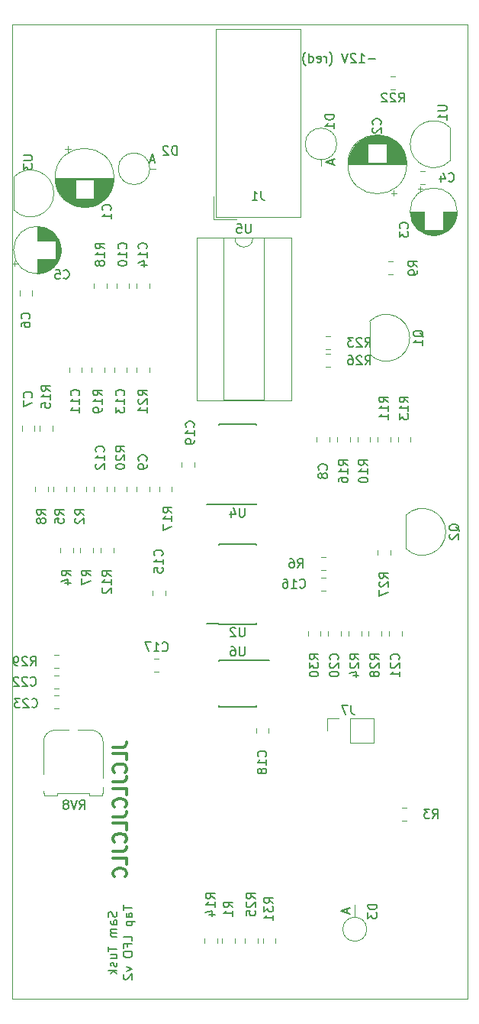
<source format=gbr>
%TF.GenerationSoftware,KiCad,Pcbnew,(5.0.1)-3*%
%TF.CreationDate,2019-09-01T21:44:56+01:00*%
%TF.ProjectId,Tap LFO v2,546170204C464F2076322E6B69636164,rev?*%
%TF.SameCoordinates,Original*%
%TF.FileFunction,Legend,Bot*%
%TF.FilePolarity,Positive*%
%FSLAX46Y46*%
G04 Gerber Fmt 4.6, Leading zero omitted, Abs format (unit mm)*
G04 Created by KiCad (PCBNEW (5.0.1)-3) date 01/09/2019 21:44:56*
%MOMM*%
%LPD*%
G01*
G04 APERTURE LIST*
%ADD10C,0.100000*%
%ADD11C,0.150000*%
%ADD12C,0.300000*%
%ADD13C,0.200000*%
%ADD14C,0.120000*%
G04 APERTURE END LIST*
D10*
X70500000Y-20000000D02*
X20000000Y-20000000D01*
X70500000Y-128000000D02*
X70500000Y-20000000D01*
X20000000Y-128000000D02*
X70500000Y-128000000D01*
X20000000Y-20000000D02*
X20000000Y-128000000D01*
D11*
X60250000Y-23821428D02*
X59488095Y-23821428D01*
X58488095Y-24202380D02*
X59059523Y-24202380D01*
X58773809Y-24202380D02*
X58773809Y-23202380D01*
X58869047Y-23345238D01*
X58964285Y-23440476D01*
X59059523Y-23488095D01*
X58107142Y-23297619D02*
X58059523Y-23250000D01*
X57964285Y-23202380D01*
X57726190Y-23202380D01*
X57630952Y-23250000D01*
X57583333Y-23297619D01*
X57535714Y-23392857D01*
X57535714Y-23488095D01*
X57583333Y-23630952D01*
X58154761Y-24202380D01*
X57535714Y-24202380D01*
X57250000Y-23202380D02*
X56916666Y-24202380D01*
X56583333Y-23202380D01*
X55202380Y-24583333D02*
X55250000Y-24535714D01*
X55345238Y-24392857D01*
X55392857Y-24297619D01*
X55440476Y-24154761D01*
X55488095Y-23916666D01*
X55488095Y-23726190D01*
X55440476Y-23488095D01*
X55392857Y-23345238D01*
X55345238Y-23250000D01*
X55250000Y-23107142D01*
X55202380Y-23059523D01*
X54821428Y-24202380D02*
X54821428Y-23535714D01*
X54821428Y-23726190D02*
X54773809Y-23630952D01*
X54726190Y-23583333D01*
X54630952Y-23535714D01*
X54535714Y-23535714D01*
X53821428Y-24154761D02*
X53916666Y-24202380D01*
X54107142Y-24202380D01*
X54202380Y-24154761D01*
X54250000Y-24059523D01*
X54250000Y-23678571D01*
X54202380Y-23583333D01*
X54107142Y-23535714D01*
X53916666Y-23535714D01*
X53821428Y-23583333D01*
X53773809Y-23678571D01*
X53773809Y-23773809D01*
X54250000Y-23869047D01*
X52916666Y-24202380D02*
X52916666Y-23202380D01*
X52916666Y-24154761D02*
X53011904Y-24202380D01*
X53202380Y-24202380D01*
X53297619Y-24154761D01*
X53345238Y-24107142D01*
X53392857Y-24011904D01*
X53392857Y-23726190D01*
X53345238Y-23630952D01*
X53297619Y-23583333D01*
X53202380Y-23535714D01*
X53011904Y-23535714D01*
X52916666Y-23583333D01*
X52535714Y-24583333D02*
X52488095Y-24535714D01*
X52392857Y-24392857D01*
X52345238Y-24297619D01*
X52297619Y-24154761D01*
X52250000Y-23916666D01*
X52250000Y-23726190D01*
X52297619Y-23488095D01*
X52345238Y-23345238D01*
X52392857Y-23250000D01*
X52488095Y-23107142D01*
X52535714Y-23059523D01*
D12*
X31178571Y-100071428D02*
X32250000Y-100071428D01*
X32464285Y-100000000D01*
X32607142Y-99857142D01*
X32678571Y-99642857D01*
X32678571Y-99500000D01*
X32678571Y-101500000D02*
X32678571Y-100785714D01*
X31178571Y-100785714D01*
X32535714Y-102857142D02*
X32607142Y-102785714D01*
X32678571Y-102571428D01*
X32678571Y-102428571D01*
X32607142Y-102214285D01*
X32464285Y-102071428D01*
X32321428Y-102000000D01*
X32035714Y-101928571D01*
X31821428Y-101928571D01*
X31535714Y-102000000D01*
X31392857Y-102071428D01*
X31250000Y-102214285D01*
X31178571Y-102428571D01*
X31178571Y-102571428D01*
X31250000Y-102785714D01*
X31321428Y-102857142D01*
X31178571Y-103928571D02*
X32250000Y-103928571D01*
X32464285Y-103857142D01*
X32607142Y-103714285D01*
X32678571Y-103500000D01*
X32678571Y-103357142D01*
X32678571Y-105357142D02*
X32678571Y-104642857D01*
X31178571Y-104642857D01*
X32535714Y-106714285D02*
X32607142Y-106642857D01*
X32678571Y-106428571D01*
X32678571Y-106285714D01*
X32607142Y-106071428D01*
X32464285Y-105928571D01*
X32321428Y-105857142D01*
X32035714Y-105785714D01*
X31821428Y-105785714D01*
X31535714Y-105857142D01*
X31392857Y-105928571D01*
X31250000Y-106071428D01*
X31178571Y-106285714D01*
X31178571Y-106428571D01*
X31250000Y-106642857D01*
X31321428Y-106714285D01*
X31178571Y-107785714D02*
X32250000Y-107785714D01*
X32464285Y-107714285D01*
X32607142Y-107571428D01*
X32678571Y-107357142D01*
X32678571Y-107214285D01*
X32678571Y-109214285D02*
X32678571Y-108500000D01*
X31178571Y-108500000D01*
X32535714Y-110571428D02*
X32607142Y-110500000D01*
X32678571Y-110285714D01*
X32678571Y-110142857D01*
X32607142Y-109928571D01*
X32464285Y-109785714D01*
X32321428Y-109714285D01*
X32035714Y-109642857D01*
X31821428Y-109642857D01*
X31535714Y-109714285D01*
X31392857Y-109785714D01*
X31250000Y-109928571D01*
X31178571Y-110142857D01*
X31178571Y-110285714D01*
X31250000Y-110500000D01*
X31321428Y-110571428D01*
X31178571Y-111642857D02*
X32250000Y-111642857D01*
X32464285Y-111571428D01*
X32607142Y-111428571D01*
X32678571Y-111214285D01*
X32678571Y-111071428D01*
X32678571Y-113071428D02*
X32678571Y-112357142D01*
X31178571Y-112357142D01*
X32535714Y-114428571D02*
X32607142Y-114357142D01*
X32678571Y-114142857D01*
X32678571Y-114000000D01*
X32607142Y-113785714D01*
X32464285Y-113642857D01*
X32321428Y-113571428D01*
X32035714Y-113500000D01*
X31821428Y-113500000D01*
X31535714Y-113571428D01*
X31392857Y-113642857D01*
X31250000Y-113785714D01*
X31178571Y-114000000D01*
X31178571Y-114142857D01*
X31250000Y-114357142D01*
X31321428Y-114428571D01*
D13*
X31554761Y-118321428D02*
X31602380Y-118464285D01*
X31602380Y-118702380D01*
X31554761Y-118797619D01*
X31507142Y-118845238D01*
X31411904Y-118892857D01*
X31316666Y-118892857D01*
X31221428Y-118845238D01*
X31173809Y-118797619D01*
X31126190Y-118702380D01*
X31078571Y-118511904D01*
X31030952Y-118416666D01*
X30983333Y-118369047D01*
X30888095Y-118321428D01*
X30792857Y-118321428D01*
X30697619Y-118369047D01*
X30650000Y-118416666D01*
X30602380Y-118511904D01*
X30602380Y-118750000D01*
X30650000Y-118892857D01*
X31602380Y-119750000D02*
X31078571Y-119750000D01*
X30983333Y-119702380D01*
X30935714Y-119607142D01*
X30935714Y-119416666D01*
X30983333Y-119321428D01*
X31554761Y-119750000D02*
X31602380Y-119654761D01*
X31602380Y-119416666D01*
X31554761Y-119321428D01*
X31459523Y-119273809D01*
X31364285Y-119273809D01*
X31269047Y-119321428D01*
X31221428Y-119416666D01*
X31221428Y-119654761D01*
X31173809Y-119750000D01*
X31602380Y-120226190D02*
X30935714Y-120226190D01*
X31030952Y-120226190D02*
X30983333Y-120273809D01*
X30935714Y-120369047D01*
X30935714Y-120511904D01*
X30983333Y-120607142D01*
X31078571Y-120654761D01*
X31602380Y-120654761D01*
X31078571Y-120654761D02*
X30983333Y-120702380D01*
X30935714Y-120797619D01*
X30935714Y-120940476D01*
X30983333Y-121035714D01*
X31078571Y-121083333D01*
X31602380Y-121083333D01*
X30602380Y-122178571D02*
X30602380Y-122750000D01*
X31602380Y-122464285D02*
X30602380Y-122464285D01*
X30935714Y-123511904D02*
X31602380Y-123511904D01*
X30935714Y-123083333D02*
X31459523Y-123083333D01*
X31554761Y-123130952D01*
X31602380Y-123226190D01*
X31602380Y-123369047D01*
X31554761Y-123464285D01*
X31507142Y-123511904D01*
X31554761Y-123940476D02*
X31602380Y-124035714D01*
X31602380Y-124226190D01*
X31554761Y-124321428D01*
X31459523Y-124369047D01*
X31411904Y-124369047D01*
X31316666Y-124321428D01*
X31269047Y-124226190D01*
X31269047Y-124083333D01*
X31221428Y-123988095D01*
X31126190Y-123940476D01*
X31078571Y-123940476D01*
X30983333Y-123988095D01*
X30935714Y-124083333D01*
X30935714Y-124226190D01*
X30983333Y-124321428D01*
X31602380Y-124797619D02*
X30602380Y-124797619D01*
X31221428Y-124892857D02*
X31602380Y-125178571D01*
X30935714Y-125178571D02*
X31316666Y-124797619D01*
X32302380Y-117583333D02*
X32302380Y-118154761D01*
X33302380Y-117869047D02*
X32302380Y-117869047D01*
X33302380Y-118916666D02*
X32778571Y-118916666D01*
X32683333Y-118869047D01*
X32635714Y-118773809D01*
X32635714Y-118583333D01*
X32683333Y-118488095D01*
X33254761Y-118916666D02*
X33302380Y-118821428D01*
X33302380Y-118583333D01*
X33254761Y-118488095D01*
X33159523Y-118440476D01*
X33064285Y-118440476D01*
X32969047Y-118488095D01*
X32921428Y-118583333D01*
X32921428Y-118821428D01*
X32873809Y-118916666D01*
X32635714Y-119392857D02*
X33635714Y-119392857D01*
X32683333Y-119392857D02*
X32635714Y-119488095D01*
X32635714Y-119678571D01*
X32683333Y-119773809D01*
X32730952Y-119821428D01*
X32826190Y-119869047D01*
X33111904Y-119869047D01*
X33207142Y-119821428D01*
X33254761Y-119773809D01*
X33302380Y-119678571D01*
X33302380Y-119488095D01*
X33254761Y-119392857D01*
X33302380Y-121535714D02*
X33302380Y-121059523D01*
X32302380Y-121059523D01*
X32778571Y-122202380D02*
X32778571Y-121869047D01*
X33302380Y-121869047D02*
X32302380Y-121869047D01*
X32302380Y-122345238D01*
X32302380Y-122916666D02*
X32302380Y-123107142D01*
X32350000Y-123202380D01*
X32445238Y-123297619D01*
X32635714Y-123345238D01*
X32969047Y-123345238D01*
X33159523Y-123297619D01*
X33254761Y-123202380D01*
X33302380Y-123107142D01*
X33302380Y-122916666D01*
X33254761Y-122821428D01*
X33159523Y-122726190D01*
X32969047Y-122678571D01*
X32635714Y-122678571D01*
X32445238Y-122726190D01*
X32350000Y-122821428D01*
X32302380Y-122916666D01*
X32635714Y-124440476D02*
X33302380Y-124678571D01*
X32635714Y-124916666D01*
X32397619Y-125250000D02*
X32350000Y-125297619D01*
X32302380Y-125392857D01*
X32302380Y-125630952D01*
X32350000Y-125726190D01*
X32397619Y-125773809D01*
X32492857Y-125821428D01*
X32588095Y-125821428D01*
X32730952Y-125773809D01*
X33302380Y-125202380D01*
X33302380Y-125821428D01*
D14*
X54761252Y-80460000D02*
X54238748Y-80460000D01*
X54761252Y-79040000D02*
X54238748Y-79040000D01*
X36290000Y-71238748D02*
X36290000Y-71761252D01*
X37710000Y-71238748D02*
X37710000Y-71761252D01*
X47210000Y-121761252D02*
X47210000Y-121238748D01*
X45790000Y-121761252D02*
X45790000Y-121238748D01*
X23540000Y-105410000D02*
X24960000Y-105410000D01*
X24960000Y-105210000D02*
X28540000Y-105210000D01*
X28540000Y-105210000D02*
X28540000Y-105410000D01*
X28540000Y-105410000D02*
X29960000Y-105410000D01*
X29960000Y-105410000D02*
X29960000Y-105210000D01*
X26240000Y-98190000D02*
X24750000Y-98190000D01*
X23440000Y-99500000D02*
X23440000Y-103040000D01*
X30060000Y-103480000D02*
X30060000Y-99500000D01*
X28750000Y-98190000D02*
X27260000Y-98190000D01*
X24750000Y-98190000D02*
G75*
G03X23440000Y-99500000I0J-1310000D01*
G01*
X30060000Y-99500000D02*
G75*
G03X28750000Y-98190000I-1310000J0D01*
G01*
X24960000Y-105210000D02*
X24960000Y-105410000D01*
X23540000Y-105410000D02*
X23540000Y-105210000D01*
X23540000Y-105210000D02*
X23440000Y-105210000D01*
X23440000Y-105210000D02*
X23440000Y-104960000D01*
X29960000Y-105210000D02*
X30060000Y-105210000D01*
X30060000Y-105210000D02*
X30060000Y-104520000D01*
X25125445Y-91302038D02*
X24602941Y-91302038D01*
X25125445Y-89882038D02*
X24602941Y-89882038D01*
X59540000Y-87761252D02*
X59540000Y-87238748D01*
X60960000Y-87761252D02*
X60960000Y-87238748D01*
X54210000Y-87238748D02*
X54210000Y-87761252D01*
X52790000Y-87238748D02*
X52790000Y-87761252D01*
X57290000Y-87761252D02*
X57290000Y-87238748D01*
X58710000Y-87761252D02*
X58710000Y-87238748D01*
X49210000Y-121761252D02*
X49210000Y-121238748D01*
X47790000Y-121761252D02*
X47790000Y-121238748D01*
X61738748Y-46290000D02*
X62261252Y-46290000D01*
X61738748Y-47710000D02*
X62261252Y-47710000D01*
X54738748Y-57960000D02*
X55261252Y-57960000D01*
X54738748Y-56540000D02*
X55261252Y-56540000D01*
X24460000Y-65011252D02*
X24460000Y-64488748D01*
X23040000Y-65011252D02*
X23040000Y-64488748D01*
X26710000Y-78511252D02*
X26710000Y-77988748D01*
X25290000Y-78511252D02*
X25290000Y-77988748D01*
X58290000Y-66261252D02*
X58290000Y-65738748D01*
X59710000Y-66261252D02*
X59710000Y-65738748D01*
X32710000Y-71238748D02*
X32710000Y-71761252D01*
X31290000Y-71238748D02*
X31290000Y-71761252D01*
X27540000Y-78511252D02*
X27540000Y-77988748D01*
X28960000Y-78511252D02*
X28960000Y-77988748D01*
X22540000Y-71238748D02*
X22540000Y-71761252D01*
X23960000Y-71238748D02*
X23960000Y-71761252D01*
X29040000Y-49261252D02*
X29040000Y-48738748D01*
X30460000Y-49261252D02*
X30460000Y-48738748D01*
X56040000Y-66261252D02*
X56040000Y-65738748D01*
X57460000Y-66261252D02*
X57460000Y-65738748D01*
X28790000Y-57988748D02*
X28790000Y-58511252D01*
X30210000Y-57988748D02*
X30210000Y-58511252D01*
X60540000Y-65738748D02*
X60540000Y-66261252D01*
X61960000Y-65738748D02*
X61960000Y-66261252D01*
X61988748Y-27210000D02*
X62511252Y-27210000D01*
X61988748Y-25790000D02*
X62511252Y-25790000D01*
X55261252Y-54540000D02*
X54738748Y-54540000D01*
X55261252Y-55960000D02*
X54738748Y-55960000D01*
X42345000Y-41600000D02*
X44885000Y-41600000D01*
X42345000Y-41600000D02*
X42345000Y-39060000D01*
X42595000Y-41350000D02*
X51945000Y-41350000D01*
X42595000Y-20490000D02*
X42595000Y-41350000D01*
X51945000Y-20490000D02*
X42595000Y-20490000D01*
X51945000Y-41350000D02*
X51945000Y-20490000D01*
X42710000Y-121238748D02*
X42710000Y-121761252D01*
X41290000Y-121238748D02*
X41290000Y-121761252D01*
X33790000Y-57988748D02*
X33790000Y-58511252D01*
X35210000Y-57988748D02*
X35210000Y-58511252D01*
X64210000Y-66261252D02*
X64210000Y-65738748D01*
X62790000Y-66261252D02*
X62790000Y-65738748D01*
X44690000Y-43670000D02*
G75*
G03X46690000Y-43670000I1000000J0D01*
G01*
X46690000Y-43670000D02*
X47940000Y-43670000D01*
X47940000Y-43670000D02*
X47940000Y-61570000D01*
X47940000Y-61570000D02*
X43440000Y-61570000D01*
X43440000Y-61570000D02*
X43440000Y-43670000D01*
X43440000Y-43670000D02*
X44690000Y-43670000D01*
X50940000Y-43610000D02*
X50940000Y-61630000D01*
X50940000Y-61630000D02*
X40440000Y-61630000D01*
X40440000Y-61630000D02*
X40440000Y-43610000D01*
X40440000Y-43610000D02*
X50940000Y-43610000D01*
X65761252Y-37710000D02*
X65238748Y-37710000D01*
X65761252Y-36290000D02*
X65238748Y-36290000D01*
X21040000Y-64488748D02*
X21040000Y-65011252D01*
X22460000Y-64488748D02*
X22460000Y-65011252D01*
X65025000Y-38195225D02*
X65525000Y-38195225D01*
X65275000Y-37945225D02*
X65275000Y-38445225D01*
X66466000Y-43351000D02*
X67034000Y-43351000D01*
X66232000Y-43311000D02*
X67268000Y-43311000D01*
X66073000Y-43271000D02*
X67427000Y-43271000D01*
X65945000Y-43231000D02*
X67555000Y-43231000D01*
X65835000Y-43191000D02*
X67665000Y-43191000D01*
X65739000Y-43151000D02*
X67761000Y-43151000D01*
X65652000Y-43111000D02*
X67848000Y-43111000D01*
X65572000Y-43071000D02*
X67928000Y-43071000D01*
X65499000Y-43031000D02*
X68001000Y-43031000D01*
X65431000Y-42991000D02*
X68069000Y-42991000D01*
X65367000Y-42951000D02*
X68133000Y-42951000D01*
X65307000Y-42911000D02*
X68193000Y-42911000D01*
X65250000Y-42871000D02*
X68250000Y-42871000D01*
X65196000Y-42831000D02*
X68304000Y-42831000D01*
X65145000Y-42791000D02*
X68355000Y-42791000D01*
X67790000Y-42751000D02*
X68403000Y-42751000D01*
X65097000Y-42751000D02*
X65710000Y-42751000D01*
X67790000Y-42711000D02*
X68449000Y-42711000D01*
X65051000Y-42711000D02*
X65710000Y-42711000D01*
X67790000Y-42671000D02*
X68493000Y-42671000D01*
X65007000Y-42671000D02*
X65710000Y-42671000D01*
X67790000Y-42631000D02*
X68535000Y-42631000D01*
X64965000Y-42631000D02*
X65710000Y-42631000D01*
X67790000Y-42591000D02*
X68576000Y-42591000D01*
X64924000Y-42591000D02*
X65710000Y-42591000D01*
X67790000Y-42551000D02*
X68614000Y-42551000D01*
X64886000Y-42551000D02*
X65710000Y-42551000D01*
X67790000Y-42511000D02*
X68651000Y-42511000D01*
X64849000Y-42511000D02*
X65710000Y-42511000D01*
X67790000Y-42471000D02*
X68687000Y-42471000D01*
X64813000Y-42471000D02*
X65710000Y-42471000D01*
X67790000Y-42431000D02*
X68721000Y-42431000D01*
X64779000Y-42431000D02*
X65710000Y-42431000D01*
X67790000Y-42391000D02*
X68754000Y-42391000D01*
X64746000Y-42391000D02*
X65710000Y-42391000D01*
X67790000Y-42351000D02*
X68785000Y-42351000D01*
X64715000Y-42351000D02*
X65710000Y-42351000D01*
X67790000Y-42311000D02*
X68815000Y-42311000D01*
X64685000Y-42311000D02*
X65710000Y-42311000D01*
X67790000Y-42271000D02*
X68845000Y-42271000D01*
X64655000Y-42271000D02*
X65710000Y-42271000D01*
X67790000Y-42231000D02*
X68872000Y-42231000D01*
X64628000Y-42231000D02*
X65710000Y-42231000D01*
X67790000Y-42191000D02*
X68899000Y-42191000D01*
X64601000Y-42191000D02*
X65710000Y-42191000D01*
X67790000Y-42151000D02*
X68925000Y-42151000D01*
X64575000Y-42151000D02*
X65710000Y-42151000D01*
X67790000Y-42111000D02*
X68950000Y-42111000D01*
X64550000Y-42111000D02*
X65710000Y-42111000D01*
X67790000Y-42071000D02*
X68974000Y-42071000D01*
X64526000Y-42071000D02*
X65710000Y-42071000D01*
X67790000Y-42031000D02*
X68997000Y-42031000D01*
X64503000Y-42031000D02*
X65710000Y-42031000D01*
X67790000Y-41991000D02*
X69018000Y-41991000D01*
X64482000Y-41991000D02*
X65710000Y-41991000D01*
X67790000Y-41951000D02*
X69040000Y-41951000D01*
X64460000Y-41951000D02*
X65710000Y-41951000D01*
X67790000Y-41911000D02*
X69060000Y-41911000D01*
X64440000Y-41911000D02*
X65710000Y-41911000D01*
X67790000Y-41871000D02*
X69079000Y-41871000D01*
X64421000Y-41871000D02*
X65710000Y-41871000D01*
X67790000Y-41831000D02*
X69098000Y-41831000D01*
X64402000Y-41831000D02*
X65710000Y-41831000D01*
X67790000Y-41791000D02*
X69115000Y-41791000D01*
X64385000Y-41791000D02*
X65710000Y-41791000D01*
X67790000Y-41751000D02*
X69132000Y-41751000D01*
X64368000Y-41751000D02*
X65710000Y-41751000D01*
X67790000Y-41711000D02*
X69148000Y-41711000D01*
X64352000Y-41711000D02*
X65710000Y-41711000D01*
X67790000Y-41671000D02*
X69164000Y-41671000D01*
X64336000Y-41671000D02*
X65710000Y-41671000D01*
X67790000Y-41631000D02*
X69178000Y-41631000D01*
X64322000Y-41631000D02*
X65710000Y-41631000D01*
X67790000Y-41591000D02*
X69192000Y-41591000D01*
X64308000Y-41591000D02*
X65710000Y-41591000D01*
X67790000Y-41551000D02*
X69205000Y-41551000D01*
X64295000Y-41551000D02*
X65710000Y-41551000D01*
X67790000Y-41511000D02*
X69218000Y-41511000D01*
X64282000Y-41511000D02*
X65710000Y-41511000D01*
X67790000Y-41471000D02*
X69230000Y-41471000D01*
X64270000Y-41471000D02*
X65710000Y-41471000D01*
X67790000Y-41430000D02*
X69241000Y-41430000D01*
X64259000Y-41430000D02*
X65710000Y-41430000D01*
X67790000Y-41390000D02*
X69251000Y-41390000D01*
X64249000Y-41390000D02*
X65710000Y-41390000D01*
X67790000Y-41350000D02*
X69261000Y-41350000D01*
X64239000Y-41350000D02*
X65710000Y-41350000D01*
X67790000Y-41310000D02*
X69270000Y-41310000D01*
X64230000Y-41310000D02*
X65710000Y-41310000D01*
X67790000Y-41270000D02*
X69278000Y-41270000D01*
X64222000Y-41270000D02*
X65710000Y-41270000D01*
X67790000Y-41230000D02*
X69286000Y-41230000D01*
X64214000Y-41230000D02*
X65710000Y-41230000D01*
X67790000Y-41190000D02*
X69293000Y-41190000D01*
X64207000Y-41190000D02*
X65710000Y-41190000D01*
X67790000Y-41150000D02*
X69300000Y-41150000D01*
X64200000Y-41150000D02*
X65710000Y-41150000D01*
X67790000Y-41110000D02*
X69306000Y-41110000D01*
X64194000Y-41110000D02*
X65710000Y-41110000D01*
X67790000Y-41070000D02*
X69311000Y-41070000D01*
X64189000Y-41070000D02*
X65710000Y-41070000D01*
X67790000Y-41030000D02*
X69315000Y-41030000D01*
X64185000Y-41030000D02*
X65710000Y-41030000D01*
X67790000Y-40990000D02*
X69319000Y-40990000D01*
X64181000Y-40990000D02*
X65710000Y-40990000D01*
X67790000Y-40950000D02*
X69323000Y-40950000D01*
X64177000Y-40950000D02*
X65710000Y-40950000D01*
X67790000Y-40910000D02*
X69326000Y-40910000D01*
X64174000Y-40910000D02*
X65710000Y-40910000D01*
X67790000Y-40870000D02*
X69328000Y-40870000D01*
X64172000Y-40870000D02*
X65710000Y-40870000D01*
X67790000Y-40830000D02*
X69329000Y-40830000D01*
X64171000Y-40830000D02*
X65710000Y-40830000D01*
X64170000Y-40790000D02*
X65710000Y-40790000D01*
X67790000Y-40790000D02*
X69330000Y-40790000D01*
X64170000Y-40750000D02*
X65710000Y-40750000D01*
X67790000Y-40750000D02*
X69330000Y-40750000D01*
X69370000Y-40750000D02*
G75*
G03X69370000Y-40750000I-2620000J0D01*
G01*
X35250635Y-36000000D02*
X35910000Y-36000000D01*
X35250635Y-36000000D02*
G75*
G03X35250635Y-36000000I-1750635J0D01*
G01*
X25370000Y-45000000D02*
G75*
G03X25370000Y-45000000I-2620000J0D01*
G01*
X22750000Y-43960000D02*
X22750000Y-42420000D01*
X22750000Y-47580000D02*
X22750000Y-46040000D01*
X22790000Y-43960000D02*
X22790000Y-42420000D01*
X22790000Y-47580000D02*
X22790000Y-46040000D01*
X22830000Y-47579000D02*
X22830000Y-46040000D01*
X22830000Y-43960000D02*
X22830000Y-42421000D01*
X22870000Y-47578000D02*
X22870000Y-46040000D01*
X22870000Y-43960000D02*
X22870000Y-42422000D01*
X22910000Y-47576000D02*
X22910000Y-46040000D01*
X22910000Y-43960000D02*
X22910000Y-42424000D01*
X22950000Y-47573000D02*
X22950000Y-46040000D01*
X22950000Y-43960000D02*
X22950000Y-42427000D01*
X22990000Y-47569000D02*
X22990000Y-46040000D01*
X22990000Y-43960000D02*
X22990000Y-42431000D01*
X23030000Y-47565000D02*
X23030000Y-46040000D01*
X23030000Y-43960000D02*
X23030000Y-42435000D01*
X23070000Y-47561000D02*
X23070000Y-46040000D01*
X23070000Y-43960000D02*
X23070000Y-42439000D01*
X23110000Y-47556000D02*
X23110000Y-46040000D01*
X23110000Y-43960000D02*
X23110000Y-42444000D01*
X23150000Y-47550000D02*
X23150000Y-46040000D01*
X23150000Y-43960000D02*
X23150000Y-42450000D01*
X23190000Y-47543000D02*
X23190000Y-46040000D01*
X23190000Y-43960000D02*
X23190000Y-42457000D01*
X23230000Y-47536000D02*
X23230000Y-46040000D01*
X23230000Y-43960000D02*
X23230000Y-42464000D01*
X23270000Y-47528000D02*
X23270000Y-46040000D01*
X23270000Y-43960000D02*
X23270000Y-42472000D01*
X23310000Y-47520000D02*
X23310000Y-46040000D01*
X23310000Y-43960000D02*
X23310000Y-42480000D01*
X23350000Y-47511000D02*
X23350000Y-46040000D01*
X23350000Y-43960000D02*
X23350000Y-42489000D01*
X23390000Y-47501000D02*
X23390000Y-46040000D01*
X23390000Y-43960000D02*
X23390000Y-42499000D01*
X23430000Y-47491000D02*
X23430000Y-46040000D01*
X23430000Y-43960000D02*
X23430000Y-42509000D01*
X23471000Y-47480000D02*
X23471000Y-46040000D01*
X23471000Y-43960000D02*
X23471000Y-42520000D01*
X23511000Y-47468000D02*
X23511000Y-46040000D01*
X23511000Y-43960000D02*
X23511000Y-42532000D01*
X23551000Y-47455000D02*
X23551000Y-46040000D01*
X23551000Y-43960000D02*
X23551000Y-42545000D01*
X23591000Y-47442000D02*
X23591000Y-46040000D01*
X23591000Y-43960000D02*
X23591000Y-42558000D01*
X23631000Y-47428000D02*
X23631000Y-46040000D01*
X23631000Y-43960000D02*
X23631000Y-42572000D01*
X23671000Y-47414000D02*
X23671000Y-46040000D01*
X23671000Y-43960000D02*
X23671000Y-42586000D01*
X23711000Y-47398000D02*
X23711000Y-46040000D01*
X23711000Y-43960000D02*
X23711000Y-42602000D01*
X23751000Y-47382000D02*
X23751000Y-46040000D01*
X23751000Y-43960000D02*
X23751000Y-42618000D01*
X23791000Y-47365000D02*
X23791000Y-46040000D01*
X23791000Y-43960000D02*
X23791000Y-42635000D01*
X23831000Y-47348000D02*
X23831000Y-46040000D01*
X23831000Y-43960000D02*
X23831000Y-42652000D01*
X23871000Y-47329000D02*
X23871000Y-46040000D01*
X23871000Y-43960000D02*
X23871000Y-42671000D01*
X23911000Y-47310000D02*
X23911000Y-46040000D01*
X23911000Y-43960000D02*
X23911000Y-42690000D01*
X23951000Y-47290000D02*
X23951000Y-46040000D01*
X23951000Y-43960000D02*
X23951000Y-42710000D01*
X23991000Y-47268000D02*
X23991000Y-46040000D01*
X23991000Y-43960000D02*
X23991000Y-42732000D01*
X24031000Y-47247000D02*
X24031000Y-46040000D01*
X24031000Y-43960000D02*
X24031000Y-42753000D01*
X24071000Y-47224000D02*
X24071000Y-46040000D01*
X24071000Y-43960000D02*
X24071000Y-42776000D01*
X24111000Y-47200000D02*
X24111000Y-46040000D01*
X24111000Y-43960000D02*
X24111000Y-42800000D01*
X24151000Y-47175000D02*
X24151000Y-46040000D01*
X24151000Y-43960000D02*
X24151000Y-42825000D01*
X24191000Y-47149000D02*
X24191000Y-46040000D01*
X24191000Y-43960000D02*
X24191000Y-42851000D01*
X24231000Y-47122000D02*
X24231000Y-46040000D01*
X24231000Y-43960000D02*
X24231000Y-42878000D01*
X24271000Y-47095000D02*
X24271000Y-46040000D01*
X24271000Y-43960000D02*
X24271000Y-42905000D01*
X24311000Y-47065000D02*
X24311000Y-46040000D01*
X24311000Y-43960000D02*
X24311000Y-42935000D01*
X24351000Y-47035000D02*
X24351000Y-46040000D01*
X24351000Y-43960000D02*
X24351000Y-42965000D01*
X24391000Y-47004000D02*
X24391000Y-46040000D01*
X24391000Y-43960000D02*
X24391000Y-42996000D01*
X24431000Y-46971000D02*
X24431000Y-46040000D01*
X24431000Y-43960000D02*
X24431000Y-43029000D01*
X24471000Y-46937000D02*
X24471000Y-46040000D01*
X24471000Y-43960000D02*
X24471000Y-43063000D01*
X24511000Y-46901000D02*
X24511000Y-46040000D01*
X24511000Y-43960000D02*
X24511000Y-43099000D01*
X24551000Y-46864000D02*
X24551000Y-46040000D01*
X24551000Y-43960000D02*
X24551000Y-43136000D01*
X24591000Y-46826000D02*
X24591000Y-46040000D01*
X24591000Y-43960000D02*
X24591000Y-43174000D01*
X24631000Y-46785000D02*
X24631000Y-46040000D01*
X24631000Y-43960000D02*
X24631000Y-43215000D01*
X24671000Y-46743000D02*
X24671000Y-46040000D01*
X24671000Y-43960000D02*
X24671000Y-43257000D01*
X24711000Y-46699000D02*
X24711000Y-46040000D01*
X24711000Y-43960000D02*
X24711000Y-43301000D01*
X24751000Y-46653000D02*
X24751000Y-46040000D01*
X24751000Y-43960000D02*
X24751000Y-43347000D01*
X24791000Y-46605000D02*
X24791000Y-43395000D01*
X24831000Y-46554000D02*
X24831000Y-43446000D01*
X24871000Y-46500000D02*
X24871000Y-43500000D01*
X24911000Y-46443000D02*
X24911000Y-43557000D01*
X24951000Y-46383000D02*
X24951000Y-43617000D01*
X24991000Y-46319000D02*
X24991000Y-43681000D01*
X25031000Y-46251000D02*
X25031000Y-43749000D01*
X25071000Y-46178000D02*
X25071000Y-43822000D01*
X25111000Y-46098000D02*
X25111000Y-43902000D01*
X25151000Y-46011000D02*
X25151000Y-43989000D01*
X25191000Y-45915000D02*
X25191000Y-44085000D01*
X25231000Y-45805000D02*
X25231000Y-44195000D01*
X25271000Y-45677000D02*
X25271000Y-44323000D01*
X25311000Y-45518000D02*
X25311000Y-44482000D01*
X25351000Y-45284000D02*
X25351000Y-44716000D01*
X19945225Y-46475000D02*
X20445225Y-46475000D01*
X20195225Y-46725000D02*
X20195225Y-46225000D01*
D11*
X42925000Y-73175000D02*
X41550000Y-73175000D01*
X42925000Y-64300000D02*
X47075000Y-64300000D01*
X42925000Y-73200000D02*
X47075000Y-73200000D01*
X42925000Y-64300000D02*
X42925000Y-64415000D01*
X47075000Y-64300000D02*
X47075000Y-64415000D01*
X47075000Y-73200000D02*
X47075000Y-73085000D01*
X42925000Y-73200000D02*
X42925000Y-73175000D01*
D14*
X68588478Y-35108478D02*
G75*
G02X64150000Y-33270000I-1838478J1838478D01*
G01*
X68588478Y-31431522D02*
G75*
G03X64150000Y-33270000I-1838478J-1838478D01*
G01*
X68600000Y-31470000D02*
X68600000Y-35070000D01*
X20790000Y-49513748D02*
X20790000Y-50036252D01*
X22210000Y-49513748D02*
X22210000Y-50036252D01*
D11*
X47075000Y-90425000D02*
X47075000Y-90475000D01*
X42925000Y-90425000D02*
X42925000Y-90570000D01*
X42925000Y-95575000D02*
X42925000Y-95430000D01*
X47075000Y-95575000D02*
X47075000Y-95430000D01*
X47075000Y-90425000D02*
X42925000Y-90425000D01*
X47075000Y-95575000D02*
X42925000Y-95575000D01*
X47075000Y-90475000D02*
X48475000Y-90475000D01*
D14*
X61960000Y-78761252D02*
X61960000Y-78238748D01*
X60540000Y-78761252D02*
X60540000Y-78238748D01*
X36261252Y-90290000D02*
X35738748Y-90290000D01*
X36261252Y-91710000D02*
X35738748Y-91710000D01*
X59326371Y-120250000D02*
G75*
G03X59326371Y-120250000I-1326371J0D01*
G01*
X58000000Y-118923629D02*
X58000000Y-117540000D01*
X56000635Y-33250000D02*
G75*
G03X56000635Y-33250000I-1750635J0D01*
G01*
X54250000Y-35000635D02*
X54250000Y-35660000D01*
X20150000Y-40530000D02*
X20150000Y-36930000D01*
X20161522Y-40568478D02*
G75*
G03X24600000Y-38730000I1838478J1838478D01*
G01*
X20161522Y-36891522D02*
G75*
G02X24600000Y-38730000I1838478J-1838478D01*
G01*
X56460000Y-87761252D02*
X56460000Y-87238748D01*
X55040000Y-87761252D02*
X55040000Y-87238748D01*
X32960000Y-49261252D02*
X32960000Y-48738748D01*
X31540000Y-49261252D02*
X31540000Y-48738748D01*
X36960000Y-82738748D02*
X36960000Y-83261252D01*
X35540000Y-82738748D02*
X35540000Y-83261252D01*
X47040000Y-98511252D02*
X47040000Y-97988748D01*
X48460000Y-98511252D02*
X48460000Y-97988748D01*
X27710000Y-57988748D02*
X27710000Y-58511252D01*
X26290000Y-57988748D02*
X26290000Y-58511252D01*
X32710000Y-57988748D02*
X32710000Y-58511252D01*
X31290000Y-57988748D02*
X31290000Y-58511252D01*
X62654000Y-38685241D02*
X62024000Y-38685241D01*
X62339000Y-39000241D02*
X62339000Y-38370241D01*
X60902000Y-32259000D02*
X60098000Y-32259000D01*
X61133000Y-32299000D02*
X59867000Y-32299000D01*
X61302000Y-32339000D02*
X59698000Y-32339000D01*
X61440000Y-32379000D02*
X59560000Y-32379000D01*
X61559000Y-32419000D02*
X59441000Y-32419000D01*
X61665000Y-32459000D02*
X59335000Y-32459000D01*
X61762000Y-32499000D02*
X59238000Y-32499000D01*
X61850000Y-32539000D02*
X59150000Y-32539000D01*
X61932000Y-32579000D02*
X59068000Y-32579000D01*
X62009000Y-32619000D02*
X58991000Y-32619000D01*
X62081000Y-32659000D02*
X58919000Y-32659000D01*
X62150000Y-32699000D02*
X58850000Y-32699000D01*
X62214000Y-32739000D02*
X58786000Y-32739000D01*
X62276000Y-32779000D02*
X58724000Y-32779000D01*
X62334000Y-32819000D02*
X58666000Y-32819000D01*
X62390000Y-32859000D02*
X58610000Y-32859000D01*
X62444000Y-32899000D02*
X58556000Y-32899000D01*
X62495000Y-32939000D02*
X58505000Y-32939000D01*
X62544000Y-32979000D02*
X58456000Y-32979000D01*
X62592000Y-33019000D02*
X58408000Y-33019000D01*
X62637000Y-33059000D02*
X58363000Y-33059000D01*
X62682000Y-33099000D02*
X58318000Y-33099000D01*
X62724000Y-33139000D02*
X58276000Y-33139000D01*
X62765000Y-33179000D02*
X58235000Y-33179000D01*
X59460000Y-33219000D02*
X58195000Y-33219000D01*
X62805000Y-33219000D02*
X61540000Y-33219000D01*
X59460000Y-33259000D02*
X58157000Y-33259000D01*
X62843000Y-33259000D02*
X61540000Y-33259000D01*
X59460000Y-33299000D02*
X58120000Y-33299000D01*
X62880000Y-33299000D02*
X61540000Y-33299000D01*
X59460000Y-33339000D02*
X58084000Y-33339000D01*
X62916000Y-33339000D02*
X61540000Y-33339000D01*
X59460000Y-33379000D02*
X58050000Y-33379000D01*
X62950000Y-33379000D02*
X61540000Y-33379000D01*
X59460000Y-33419000D02*
X58016000Y-33419000D01*
X62984000Y-33419000D02*
X61540000Y-33419000D01*
X59460000Y-33459000D02*
X57984000Y-33459000D01*
X63016000Y-33459000D02*
X61540000Y-33459000D01*
X59460000Y-33499000D02*
X57952000Y-33499000D01*
X63048000Y-33499000D02*
X61540000Y-33499000D01*
X59460000Y-33539000D02*
X57922000Y-33539000D01*
X63078000Y-33539000D02*
X61540000Y-33539000D01*
X59460000Y-33579000D02*
X57893000Y-33579000D01*
X63107000Y-33579000D02*
X61540000Y-33579000D01*
X59460000Y-33619000D02*
X57864000Y-33619000D01*
X63136000Y-33619000D02*
X61540000Y-33619000D01*
X59460000Y-33659000D02*
X57836000Y-33659000D01*
X63164000Y-33659000D02*
X61540000Y-33659000D01*
X59460000Y-33699000D02*
X57810000Y-33699000D01*
X63190000Y-33699000D02*
X61540000Y-33699000D01*
X59460000Y-33739000D02*
X57784000Y-33739000D01*
X63216000Y-33739000D02*
X61540000Y-33739000D01*
X59460000Y-33779000D02*
X57758000Y-33779000D01*
X63242000Y-33779000D02*
X61540000Y-33779000D01*
X59460000Y-33819000D02*
X57734000Y-33819000D01*
X63266000Y-33819000D02*
X61540000Y-33819000D01*
X59460000Y-33859000D02*
X57710000Y-33859000D01*
X63290000Y-33859000D02*
X61540000Y-33859000D01*
X59460000Y-33899000D02*
X57688000Y-33899000D01*
X63312000Y-33899000D02*
X61540000Y-33899000D01*
X59460000Y-33939000D02*
X57666000Y-33939000D01*
X63334000Y-33939000D02*
X61540000Y-33939000D01*
X59460000Y-33979000D02*
X57644000Y-33979000D01*
X63356000Y-33979000D02*
X61540000Y-33979000D01*
X59460000Y-34019000D02*
X57624000Y-34019000D01*
X63376000Y-34019000D02*
X61540000Y-34019000D01*
X59460000Y-34059000D02*
X57604000Y-34059000D01*
X63396000Y-34059000D02*
X61540000Y-34059000D01*
X59460000Y-34099000D02*
X57584000Y-34099000D01*
X63416000Y-34099000D02*
X61540000Y-34099000D01*
X59460000Y-34139000D02*
X57566000Y-34139000D01*
X63434000Y-34139000D02*
X61540000Y-34139000D01*
X59460000Y-34179000D02*
X57548000Y-34179000D01*
X63452000Y-34179000D02*
X61540000Y-34179000D01*
X59460000Y-34219000D02*
X57530000Y-34219000D01*
X63470000Y-34219000D02*
X61540000Y-34219000D01*
X59460000Y-34259000D02*
X57514000Y-34259000D01*
X63486000Y-34259000D02*
X61540000Y-34259000D01*
X59460000Y-34299000D02*
X57498000Y-34299000D01*
X63502000Y-34299000D02*
X61540000Y-34299000D01*
X59460000Y-34339000D02*
X57482000Y-34339000D01*
X63518000Y-34339000D02*
X61540000Y-34339000D01*
X59460000Y-34379000D02*
X57467000Y-34379000D01*
X63533000Y-34379000D02*
X61540000Y-34379000D01*
X59460000Y-34419000D02*
X57453000Y-34419000D01*
X63547000Y-34419000D02*
X61540000Y-34419000D01*
X59460000Y-34459000D02*
X57439000Y-34459000D01*
X63561000Y-34459000D02*
X61540000Y-34459000D01*
X59460000Y-34499000D02*
X57426000Y-34499000D01*
X63574000Y-34499000D02*
X61540000Y-34499000D01*
X59460000Y-34539000D02*
X57414000Y-34539000D01*
X63586000Y-34539000D02*
X61540000Y-34539000D01*
X59460000Y-34579000D02*
X57402000Y-34579000D01*
X63598000Y-34579000D02*
X61540000Y-34579000D01*
X59460000Y-34619000D02*
X57390000Y-34619000D01*
X63610000Y-34619000D02*
X61540000Y-34619000D01*
X59460000Y-34659000D02*
X57379000Y-34659000D01*
X63621000Y-34659000D02*
X61540000Y-34659000D01*
X59460000Y-34699000D02*
X57369000Y-34699000D01*
X63631000Y-34699000D02*
X61540000Y-34699000D01*
X59460000Y-34739000D02*
X57359000Y-34739000D01*
X63641000Y-34739000D02*
X61540000Y-34739000D01*
X59460000Y-34779000D02*
X57350000Y-34779000D01*
X63650000Y-34779000D02*
X61540000Y-34779000D01*
X59460000Y-34820000D02*
X57341000Y-34820000D01*
X63659000Y-34820000D02*
X61540000Y-34820000D01*
X59460000Y-34860000D02*
X57333000Y-34860000D01*
X63667000Y-34860000D02*
X61540000Y-34860000D01*
X59460000Y-34900000D02*
X57325000Y-34900000D01*
X63675000Y-34900000D02*
X61540000Y-34900000D01*
X59460000Y-34940000D02*
X57318000Y-34940000D01*
X63682000Y-34940000D02*
X61540000Y-34940000D01*
X59460000Y-34980000D02*
X57311000Y-34980000D01*
X63689000Y-34980000D02*
X61540000Y-34980000D01*
X59460000Y-35020000D02*
X57305000Y-35020000D01*
X63695000Y-35020000D02*
X61540000Y-35020000D01*
X59460000Y-35060000D02*
X57299000Y-35060000D01*
X63701000Y-35060000D02*
X61540000Y-35060000D01*
X59460000Y-35100000D02*
X57294000Y-35100000D01*
X63706000Y-35100000D02*
X61540000Y-35100000D01*
X59460000Y-35140000D02*
X57289000Y-35140000D01*
X63711000Y-35140000D02*
X61540000Y-35140000D01*
X59460000Y-35180000D02*
X57285000Y-35180000D01*
X63715000Y-35180000D02*
X61540000Y-35180000D01*
X59460000Y-35220000D02*
X57282000Y-35220000D01*
X63718000Y-35220000D02*
X61540000Y-35220000D01*
X59460000Y-35260000D02*
X57278000Y-35260000D01*
X63722000Y-35260000D02*
X61540000Y-35260000D01*
X63724000Y-35300000D02*
X57276000Y-35300000D01*
X63727000Y-35340000D02*
X57273000Y-35340000D01*
X63728000Y-35380000D02*
X57272000Y-35380000D01*
X63730000Y-35420000D02*
X57270000Y-35420000D01*
X63730000Y-35460000D02*
X57270000Y-35460000D01*
X63730000Y-35500000D02*
X57270000Y-35500000D01*
X63770000Y-35500000D02*
G75*
G03X63770000Y-35500000I-3270000J0D01*
G01*
X29040000Y-71761252D02*
X29040000Y-71238748D01*
X30460000Y-71761252D02*
X30460000Y-71238748D01*
X25125445Y-93552038D02*
X24602941Y-93552038D01*
X25125445Y-92132038D02*
X24602941Y-92132038D01*
X53790000Y-65738748D02*
X53790000Y-66261252D01*
X55210000Y-65738748D02*
X55210000Y-66261252D01*
X31270000Y-37000000D02*
G75*
G03X31270000Y-37000000I-3270000J0D01*
G01*
X24770000Y-37000000D02*
X31230000Y-37000000D01*
X24770000Y-37040000D02*
X31230000Y-37040000D01*
X24770000Y-37080000D02*
X31230000Y-37080000D01*
X24772000Y-37120000D02*
X31228000Y-37120000D01*
X24773000Y-37160000D02*
X31227000Y-37160000D01*
X24776000Y-37200000D02*
X31224000Y-37200000D01*
X24778000Y-37240000D02*
X26960000Y-37240000D01*
X29040000Y-37240000D02*
X31222000Y-37240000D01*
X24782000Y-37280000D02*
X26960000Y-37280000D01*
X29040000Y-37280000D02*
X31218000Y-37280000D01*
X24785000Y-37320000D02*
X26960000Y-37320000D01*
X29040000Y-37320000D02*
X31215000Y-37320000D01*
X24789000Y-37360000D02*
X26960000Y-37360000D01*
X29040000Y-37360000D02*
X31211000Y-37360000D01*
X24794000Y-37400000D02*
X26960000Y-37400000D01*
X29040000Y-37400000D02*
X31206000Y-37400000D01*
X24799000Y-37440000D02*
X26960000Y-37440000D01*
X29040000Y-37440000D02*
X31201000Y-37440000D01*
X24805000Y-37480000D02*
X26960000Y-37480000D01*
X29040000Y-37480000D02*
X31195000Y-37480000D01*
X24811000Y-37520000D02*
X26960000Y-37520000D01*
X29040000Y-37520000D02*
X31189000Y-37520000D01*
X24818000Y-37560000D02*
X26960000Y-37560000D01*
X29040000Y-37560000D02*
X31182000Y-37560000D01*
X24825000Y-37600000D02*
X26960000Y-37600000D01*
X29040000Y-37600000D02*
X31175000Y-37600000D01*
X24833000Y-37640000D02*
X26960000Y-37640000D01*
X29040000Y-37640000D02*
X31167000Y-37640000D01*
X24841000Y-37680000D02*
X26960000Y-37680000D01*
X29040000Y-37680000D02*
X31159000Y-37680000D01*
X24850000Y-37721000D02*
X26960000Y-37721000D01*
X29040000Y-37721000D02*
X31150000Y-37721000D01*
X24859000Y-37761000D02*
X26960000Y-37761000D01*
X29040000Y-37761000D02*
X31141000Y-37761000D01*
X24869000Y-37801000D02*
X26960000Y-37801000D01*
X29040000Y-37801000D02*
X31131000Y-37801000D01*
X24879000Y-37841000D02*
X26960000Y-37841000D01*
X29040000Y-37841000D02*
X31121000Y-37841000D01*
X24890000Y-37881000D02*
X26960000Y-37881000D01*
X29040000Y-37881000D02*
X31110000Y-37881000D01*
X24902000Y-37921000D02*
X26960000Y-37921000D01*
X29040000Y-37921000D02*
X31098000Y-37921000D01*
X24914000Y-37961000D02*
X26960000Y-37961000D01*
X29040000Y-37961000D02*
X31086000Y-37961000D01*
X24926000Y-38001000D02*
X26960000Y-38001000D01*
X29040000Y-38001000D02*
X31074000Y-38001000D01*
X24939000Y-38041000D02*
X26960000Y-38041000D01*
X29040000Y-38041000D02*
X31061000Y-38041000D01*
X24953000Y-38081000D02*
X26960000Y-38081000D01*
X29040000Y-38081000D02*
X31047000Y-38081000D01*
X24967000Y-38121000D02*
X26960000Y-38121000D01*
X29040000Y-38121000D02*
X31033000Y-38121000D01*
X24982000Y-38161000D02*
X26960000Y-38161000D01*
X29040000Y-38161000D02*
X31018000Y-38161000D01*
X24998000Y-38201000D02*
X26960000Y-38201000D01*
X29040000Y-38201000D02*
X31002000Y-38201000D01*
X25014000Y-38241000D02*
X26960000Y-38241000D01*
X29040000Y-38241000D02*
X30986000Y-38241000D01*
X25030000Y-38281000D02*
X26960000Y-38281000D01*
X29040000Y-38281000D02*
X30970000Y-38281000D01*
X25048000Y-38321000D02*
X26960000Y-38321000D01*
X29040000Y-38321000D02*
X30952000Y-38321000D01*
X25066000Y-38361000D02*
X26960000Y-38361000D01*
X29040000Y-38361000D02*
X30934000Y-38361000D01*
X25084000Y-38401000D02*
X26960000Y-38401000D01*
X29040000Y-38401000D02*
X30916000Y-38401000D01*
X25104000Y-38441000D02*
X26960000Y-38441000D01*
X29040000Y-38441000D02*
X30896000Y-38441000D01*
X25124000Y-38481000D02*
X26960000Y-38481000D01*
X29040000Y-38481000D02*
X30876000Y-38481000D01*
X25144000Y-38521000D02*
X26960000Y-38521000D01*
X29040000Y-38521000D02*
X30856000Y-38521000D01*
X25166000Y-38561000D02*
X26960000Y-38561000D01*
X29040000Y-38561000D02*
X30834000Y-38561000D01*
X25188000Y-38601000D02*
X26960000Y-38601000D01*
X29040000Y-38601000D02*
X30812000Y-38601000D01*
X25210000Y-38641000D02*
X26960000Y-38641000D01*
X29040000Y-38641000D02*
X30790000Y-38641000D01*
X25234000Y-38681000D02*
X26960000Y-38681000D01*
X29040000Y-38681000D02*
X30766000Y-38681000D01*
X25258000Y-38721000D02*
X26960000Y-38721000D01*
X29040000Y-38721000D02*
X30742000Y-38721000D01*
X25284000Y-38761000D02*
X26960000Y-38761000D01*
X29040000Y-38761000D02*
X30716000Y-38761000D01*
X25310000Y-38801000D02*
X26960000Y-38801000D01*
X29040000Y-38801000D02*
X30690000Y-38801000D01*
X25336000Y-38841000D02*
X26960000Y-38841000D01*
X29040000Y-38841000D02*
X30664000Y-38841000D01*
X25364000Y-38881000D02*
X26960000Y-38881000D01*
X29040000Y-38881000D02*
X30636000Y-38881000D01*
X25393000Y-38921000D02*
X26960000Y-38921000D01*
X29040000Y-38921000D02*
X30607000Y-38921000D01*
X25422000Y-38961000D02*
X26960000Y-38961000D01*
X29040000Y-38961000D02*
X30578000Y-38961000D01*
X25452000Y-39001000D02*
X26960000Y-39001000D01*
X29040000Y-39001000D02*
X30548000Y-39001000D01*
X25484000Y-39041000D02*
X26960000Y-39041000D01*
X29040000Y-39041000D02*
X30516000Y-39041000D01*
X25516000Y-39081000D02*
X26960000Y-39081000D01*
X29040000Y-39081000D02*
X30484000Y-39081000D01*
X25550000Y-39121000D02*
X26960000Y-39121000D01*
X29040000Y-39121000D02*
X30450000Y-39121000D01*
X25584000Y-39161000D02*
X26960000Y-39161000D01*
X29040000Y-39161000D02*
X30416000Y-39161000D01*
X25620000Y-39201000D02*
X26960000Y-39201000D01*
X29040000Y-39201000D02*
X30380000Y-39201000D01*
X25657000Y-39241000D02*
X26960000Y-39241000D01*
X29040000Y-39241000D02*
X30343000Y-39241000D01*
X25695000Y-39281000D02*
X26960000Y-39281000D01*
X29040000Y-39281000D02*
X30305000Y-39281000D01*
X25735000Y-39321000D02*
X30265000Y-39321000D01*
X25776000Y-39361000D02*
X30224000Y-39361000D01*
X25818000Y-39401000D02*
X30182000Y-39401000D01*
X25863000Y-39441000D02*
X30137000Y-39441000D01*
X25908000Y-39481000D02*
X30092000Y-39481000D01*
X25956000Y-39521000D02*
X30044000Y-39521000D01*
X26005000Y-39561000D02*
X29995000Y-39561000D01*
X26056000Y-39601000D02*
X29944000Y-39601000D01*
X26110000Y-39641000D02*
X29890000Y-39641000D01*
X26166000Y-39681000D02*
X29834000Y-39681000D01*
X26224000Y-39721000D02*
X29776000Y-39721000D01*
X26286000Y-39761000D02*
X29714000Y-39761000D01*
X26350000Y-39801000D02*
X29650000Y-39801000D01*
X26419000Y-39841000D02*
X29581000Y-39841000D01*
X26491000Y-39881000D02*
X29509000Y-39881000D01*
X26568000Y-39921000D02*
X29432000Y-39921000D01*
X26650000Y-39961000D02*
X29350000Y-39961000D01*
X26738000Y-40001000D02*
X29262000Y-40001000D01*
X26835000Y-40041000D02*
X29165000Y-40041000D01*
X26941000Y-40081000D02*
X29059000Y-40081000D01*
X27060000Y-40121000D02*
X28940000Y-40121000D01*
X27198000Y-40161000D02*
X28802000Y-40161000D01*
X27367000Y-40201000D02*
X28633000Y-40201000D01*
X27598000Y-40241000D02*
X28402000Y-40241000D01*
X26161000Y-33499759D02*
X26161000Y-34129759D01*
X25846000Y-33814759D02*
X26476000Y-33814759D01*
X61790000Y-87238748D02*
X61790000Y-87761252D01*
X63210000Y-87238748D02*
X63210000Y-87761252D01*
X24602941Y-95802038D02*
X25125445Y-95802038D01*
X24602941Y-94382038D02*
X25125445Y-94382038D01*
X54786252Y-81290000D02*
X54263748Y-81290000D01*
X54786252Y-82710000D02*
X54263748Y-82710000D01*
X60120000Y-96920000D02*
X60120000Y-99580000D01*
X57520000Y-96920000D02*
X60120000Y-96920000D01*
X57520000Y-99580000D02*
X60120000Y-99580000D01*
X57520000Y-96920000D02*
X57520000Y-99580000D01*
X56250000Y-96920000D02*
X54920000Y-96920000D01*
X54920000Y-96920000D02*
X54920000Y-98250000D01*
X35210000Y-71761252D02*
X35210000Y-71238748D01*
X33790000Y-71761252D02*
X33790000Y-71238748D01*
X33790000Y-49261252D02*
X33790000Y-48738748D01*
X35210000Y-49261252D02*
X35210000Y-48738748D01*
X38790000Y-68488748D02*
X38790000Y-69011252D01*
X40210000Y-68488748D02*
X40210000Y-69011252D01*
D11*
X42925000Y-86450000D02*
X42925000Y-86425000D01*
X47075000Y-86450000D02*
X47075000Y-86335000D01*
X47075000Y-77550000D02*
X47075000Y-77665000D01*
X42925000Y-77550000D02*
X42925000Y-77665000D01*
X42925000Y-86450000D02*
X47075000Y-86450000D01*
X42925000Y-77550000D02*
X47075000Y-77550000D01*
X42925000Y-86425000D02*
X41550000Y-86425000D01*
D14*
X63661522Y-74391522D02*
G75*
G02X68100000Y-76230000I1838478J-1838478D01*
G01*
X63661522Y-78068478D02*
G75*
G03X68100000Y-76230000I1838478J1838478D01*
G01*
X63650000Y-78030000D02*
X63650000Y-74430000D01*
X43290000Y-121238748D02*
X43290000Y-121761252D01*
X44710000Y-121238748D02*
X44710000Y-121761252D01*
X63238748Y-106790000D02*
X63761252Y-106790000D01*
X63238748Y-108210000D02*
X63761252Y-108210000D01*
X29790000Y-77988748D02*
X29790000Y-78511252D01*
X31210000Y-77988748D02*
X31210000Y-78511252D01*
X24540000Y-71761252D02*
X24540000Y-71238748D01*
X25960000Y-71761252D02*
X25960000Y-71238748D01*
X26790000Y-71761252D02*
X26790000Y-71238748D01*
X28210000Y-71761252D02*
X28210000Y-71238748D01*
X59650000Y-56530000D02*
X59650000Y-52930000D01*
X59661522Y-56568478D02*
G75*
G03X64100000Y-54730000I1838478J1838478D01*
G01*
X59661522Y-52891522D02*
G75*
G02X64100000Y-54730000I1838478J-1838478D01*
G01*
D11*
X51666666Y-80202380D02*
X52000000Y-79726190D01*
X52238095Y-80202380D02*
X52238095Y-79202380D01*
X51857142Y-79202380D01*
X51761904Y-79250000D01*
X51714285Y-79297619D01*
X51666666Y-79392857D01*
X51666666Y-79535714D01*
X51714285Y-79630952D01*
X51761904Y-79678571D01*
X51857142Y-79726190D01*
X52238095Y-79726190D01*
X50809523Y-79202380D02*
X51000000Y-79202380D01*
X51095238Y-79250000D01*
X51142857Y-79297619D01*
X51238095Y-79440476D01*
X51285714Y-79630952D01*
X51285714Y-80011904D01*
X51238095Y-80107142D01*
X51190476Y-80154761D01*
X51095238Y-80202380D01*
X50904761Y-80202380D01*
X50809523Y-80154761D01*
X50761904Y-80107142D01*
X50714285Y-80011904D01*
X50714285Y-79773809D01*
X50761904Y-79678571D01*
X50809523Y-79630952D01*
X50904761Y-79583333D01*
X51095238Y-79583333D01*
X51190476Y-79630952D01*
X51238095Y-79678571D01*
X51285714Y-79773809D01*
X37702380Y-74107142D02*
X37226190Y-73773809D01*
X37702380Y-73535714D02*
X36702380Y-73535714D01*
X36702380Y-73916666D01*
X36750000Y-74011904D01*
X36797619Y-74059523D01*
X36892857Y-74107142D01*
X37035714Y-74107142D01*
X37130952Y-74059523D01*
X37178571Y-74011904D01*
X37226190Y-73916666D01*
X37226190Y-73535714D01*
X37702380Y-75059523D02*
X37702380Y-74488095D01*
X37702380Y-74773809D02*
X36702380Y-74773809D01*
X36845238Y-74678571D01*
X36940476Y-74583333D01*
X36988095Y-74488095D01*
X36702380Y-75392857D02*
X36702380Y-76059523D01*
X37702380Y-75630952D01*
X46952380Y-116857142D02*
X46476190Y-116523809D01*
X46952380Y-116285714D02*
X45952380Y-116285714D01*
X45952380Y-116666666D01*
X46000000Y-116761904D01*
X46047619Y-116809523D01*
X46142857Y-116857142D01*
X46285714Y-116857142D01*
X46380952Y-116809523D01*
X46428571Y-116761904D01*
X46476190Y-116666666D01*
X46476190Y-116285714D01*
X46047619Y-117238095D02*
X46000000Y-117285714D01*
X45952380Y-117380952D01*
X45952380Y-117619047D01*
X46000000Y-117714285D01*
X46047619Y-117761904D01*
X46142857Y-117809523D01*
X46238095Y-117809523D01*
X46380952Y-117761904D01*
X46952380Y-117190476D01*
X46952380Y-117809523D01*
X45952380Y-118714285D02*
X45952380Y-118238095D01*
X46428571Y-118190476D01*
X46380952Y-118238095D01*
X46333333Y-118333333D01*
X46333333Y-118571428D01*
X46380952Y-118666666D01*
X46428571Y-118714285D01*
X46523809Y-118761904D01*
X46761904Y-118761904D01*
X46857142Y-118714285D01*
X46904761Y-118666666D01*
X46952380Y-118571428D01*
X46952380Y-118333333D01*
X46904761Y-118238095D01*
X46857142Y-118190476D01*
X27445238Y-106952380D02*
X27778571Y-106476190D01*
X28016666Y-106952380D02*
X28016666Y-105952380D01*
X27635714Y-105952380D01*
X27540476Y-106000000D01*
X27492857Y-106047619D01*
X27445238Y-106142857D01*
X27445238Y-106285714D01*
X27492857Y-106380952D01*
X27540476Y-106428571D01*
X27635714Y-106476190D01*
X28016666Y-106476190D01*
X27159523Y-105952380D02*
X26826190Y-106952380D01*
X26492857Y-105952380D01*
X26016666Y-106380952D02*
X26111904Y-106333333D01*
X26159523Y-106285714D01*
X26207142Y-106190476D01*
X26207142Y-106142857D01*
X26159523Y-106047619D01*
X26111904Y-106000000D01*
X26016666Y-105952380D01*
X25826190Y-105952380D01*
X25730952Y-106000000D01*
X25683333Y-106047619D01*
X25635714Y-106142857D01*
X25635714Y-106190476D01*
X25683333Y-106285714D01*
X25730952Y-106333333D01*
X25826190Y-106380952D01*
X26016666Y-106380952D01*
X26111904Y-106428571D01*
X26159523Y-106476190D01*
X26207142Y-106571428D01*
X26207142Y-106761904D01*
X26159523Y-106857142D01*
X26111904Y-106904761D01*
X26016666Y-106952380D01*
X25826190Y-106952380D01*
X25730952Y-106904761D01*
X25683333Y-106857142D01*
X25635714Y-106761904D01*
X25635714Y-106571428D01*
X25683333Y-106476190D01*
X25730952Y-106428571D01*
X25826190Y-106380952D01*
X22007050Y-91044418D02*
X22340383Y-90568228D01*
X22578478Y-91044418D02*
X22578478Y-90044418D01*
X22197526Y-90044418D01*
X22102288Y-90092038D01*
X22054669Y-90139657D01*
X22007050Y-90234895D01*
X22007050Y-90377752D01*
X22054669Y-90472990D01*
X22102288Y-90520609D01*
X22197526Y-90568228D01*
X22578478Y-90568228D01*
X21626097Y-90139657D02*
X21578478Y-90092038D01*
X21483240Y-90044418D01*
X21245145Y-90044418D01*
X21149907Y-90092038D01*
X21102288Y-90139657D01*
X21054669Y-90234895D01*
X21054669Y-90330133D01*
X21102288Y-90472990D01*
X21673716Y-91044418D01*
X21054669Y-91044418D01*
X20578478Y-91044418D02*
X20388002Y-91044418D01*
X20292764Y-90996799D01*
X20245145Y-90949180D01*
X20149907Y-90806323D01*
X20102288Y-90615847D01*
X20102288Y-90234895D01*
X20149907Y-90139657D01*
X20197526Y-90092038D01*
X20292764Y-90044418D01*
X20483240Y-90044418D01*
X20578478Y-90092038D01*
X20626097Y-90139657D01*
X20673716Y-90234895D01*
X20673716Y-90472990D01*
X20626097Y-90568228D01*
X20578478Y-90615847D01*
X20483240Y-90663466D01*
X20292764Y-90663466D01*
X20197526Y-90615847D01*
X20149907Y-90568228D01*
X20102288Y-90472990D01*
X60702380Y-90357142D02*
X60226190Y-90023809D01*
X60702380Y-89785714D02*
X59702380Y-89785714D01*
X59702380Y-90166666D01*
X59750000Y-90261904D01*
X59797619Y-90309523D01*
X59892857Y-90357142D01*
X60035714Y-90357142D01*
X60130952Y-90309523D01*
X60178571Y-90261904D01*
X60226190Y-90166666D01*
X60226190Y-89785714D01*
X59797619Y-90738095D02*
X59750000Y-90785714D01*
X59702380Y-90880952D01*
X59702380Y-91119047D01*
X59750000Y-91214285D01*
X59797619Y-91261904D01*
X59892857Y-91309523D01*
X59988095Y-91309523D01*
X60130952Y-91261904D01*
X60702380Y-90690476D01*
X60702380Y-91309523D01*
X60130952Y-91880952D02*
X60083333Y-91785714D01*
X60035714Y-91738095D01*
X59940476Y-91690476D01*
X59892857Y-91690476D01*
X59797619Y-91738095D01*
X59750000Y-91785714D01*
X59702380Y-91880952D01*
X59702380Y-92071428D01*
X59750000Y-92166666D01*
X59797619Y-92214285D01*
X59892857Y-92261904D01*
X59940476Y-92261904D01*
X60035714Y-92214285D01*
X60083333Y-92166666D01*
X60130952Y-92071428D01*
X60130952Y-91880952D01*
X60178571Y-91785714D01*
X60226190Y-91738095D01*
X60321428Y-91690476D01*
X60511904Y-91690476D01*
X60607142Y-91738095D01*
X60654761Y-91785714D01*
X60702380Y-91880952D01*
X60702380Y-92071428D01*
X60654761Y-92166666D01*
X60607142Y-92214285D01*
X60511904Y-92261904D01*
X60321428Y-92261904D01*
X60226190Y-92214285D01*
X60178571Y-92166666D01*
X60130952Y-92071428D01*
X53952380Y-90357142D02*
X53476190Y-90023809D01*
X53952380Y-89785714D02*
X52952380Y-89785714D01*
X52952380Y-90166666D01*
X53000000Y-90261904D01*
X53047619Y-90309523D01*
X53142857Y-90357142D01*
X53285714Y-90357142D01*
X53380952Y-90309523D01*
X53428571Y-90261904D01*
X53476190Y-90166666D01*
X53476190Y-89785714D01*
X52952380Y-90690476D02*
X52952380Y-91309523D01*
X53333333Y-90976190D01*
X53333333Y-91119047D01*
X53380952Y-91214285D01*
X53428571Y-91261904D01*
X53523809Y-91309523D01*
X53761904Y-91309523D01*
X53857142Y-91261904D01*
X53904761Y-91214285D01*
X53952380Y-91119047D01*
X53952380Y-90833333D01*
X53904761Y-90738095D01*
X53857142Y-90690476D01*
X52952380Y-91928571D02*
X52952380Y-92023809D01*
X53000000Y-92119047D01*
X53047619Y-92166666D01*
X53142857Y-92214285D01*
X53333333Y-92261904D01*
X53571428Y-92261904D01*
X53761904Y-92214285D01*
X53857142Y-92166666D01*
X53904761Y-92119047D01*
X53952380Y-92023809D01*
X53952380Y-91928571D01*
X53904761Y-91833333D01*
X53857142Y-91785714D01*
X53761904Y-91738095D01*
X53571428Y-91690476D01*
X53333333Y-91690476D01*
X53142857Y-91738095D01*
X53047619Y-91785714D01*
X53000000Y-91833333D01*
X52952380Y-91928571D01*
X58452380Y-90357142D02*
X57976190Y-90023809D01*
X58452380Y-89785714D02*
X57452380Y-89785714D01*
X57452380Y-90166666D01*
X57500000Y-90261904D01*
X57547619Y-90309523D01*
X57642857Y-90357142D01*
X57785714Y-90357142D01*
X57880952Y-90309523D01*
X57928571Y-90261904D01*
X57976190Y-90166666D01*
X57976190Y-89785714D01*
X57547619Y-90738095D02*
X57500000Y-90785714D01*
X57452380Y-90880952D01*
X57452380Y-91119047D01*
X57500000Y-91214285D01*
X57547619Y-91261904D01*
X57642857Y-91309523D01*
X57738095Y-91309523D01*
X57880952Y-91261904D01*
X58452380Y-90690476D01*
X58452380Y-91309523D01*
X57785714Y-92166666D02*
X58452380Y-92166666D01*
X57404761Y-91928571D02*
X58119047Y-91690476D01*
X58119047Y-92309523D01*
X48952380Y-117357142D02*
X48476190Y-117023809D01*
X48952380Y-116785714D02*
X47952380Y-116785714D01*
X47952380Y-117166666D01*
X48000000Y-117261904D01*
X48047619Y-117309523D01*
X48142857Y-117357142D01*
X48285714Y-117357142D01*
X48380952Y-117309523D01*
X48428571Y-117261904D01*
X48476190Y-117166666D01*
X48476190Y-116785714D01*
X47952380Y-117690476D02*
X47952380Y-118309523D01*
X48333333Y-117976190D01*
X48333333Y-118119047D01*
X48380952Y-118214285D01*
X48428571Y-118261904D01*
X48523809Y-118309523D01*
X48761904Y-118309523D01*
X48857142Y-118261904D01*
X48904761Y-118214285D01*
X48952380Y-118119047D01*
X48952380Y-117833333D01*
X48904761Y-117738095D01*
X48857142Y-117690476D01*
X48952380Y-119261904D02*
X48952380Y-118690476D01*
X48952380Y-118976190D02*
X47952380Y-118976190D01*
X48095238Y-118880952D01*
X48190476Y-118785714D01*
X48238095Y-118690476D01*
X64952380Y-46833333D02*
X64476190Y-46500000D01*
X64952380Y-46261904D02*
X63952380Y-46261904D01*
X63952380Y-46642857D01*
X64000000Y-46738095D01*
X64047619Y-46785714D01*
X64142857Y-46833333D01*
X64285714Y-46833333D01*
X64380952Y-46785714D01*
X64428571Y-46738095D01*
X64476190Y-46642857D01*
X64476190Y-46261904D01*
X64952380Y-47309523D02*
X64952380Y-47500000D01*
X64904761Y-47595238D01*
X64857142Y-47642857D01*
X64714285Y-47738095D01*
X64523809Y-47785714D01*
X64142857Y-47785714D01*
X64047619Y-47738095D01*
X64000000Y-47690476D01*
X63952380Y-47595238D01*
X63952380Y-47404761D01*
X64000000Y-47309523D01*
X64047619Y-47261904D01*
X64142857Y-47214285D01*
X64380952Y-47214285D01*
X64476190Y-47261904D01*
X64523809Y-47309523D01*
X64571428Y-47404761D01*
X64571428Y-47595238D01*
X64523809Y-47690476D01*
X64476190Y-47738095D01*
X64380952Y-47785714D01*
X59142857Y-57702380D02*
X59476190Y-57226190D01*
X59714285Y-57702380D02*
X59714285Y-56702380D01*
X59333333Y-56702380D01*
X59238095Y-56750000D01*
X59190476Y-56797619D01*
X59142857Y-56892857D01*
X59142857Y-57035714D01*
X59190476Y-57130952D01*
X59238095Y-57178571D01*
X59333333Y-57226190D01*
X59714285Y-57226190D01*
X58761904Y-56797619D02*
X58714285Y-56750000D01*
X58619047Y-56702380D01*
X58380952Y-56702380D01*
X58285714Y-56750000D01*
X58238095Y-56797619D01*
X58190476Y-56892857D01*
X58190476Y-56988095D01*
X58238095Y-57130952D01*
X58809523Y-57702380D01*
X58190476Y-57702380D01*
X57333333Y-56702380D02*
X57523809Y-56702380D01*
X57619047Y-56750000D01*
X57666666Y-56797619D01*
X57761904Y-56940476D01*
X57809523Y-57130952D01*
X57809523Y-57511904D01*
X57761904Y-57607142D01*
X57714285Y-57654761D01*
X57619047Y-57702380D01*
X57428571Y-57702380D01*
X57333333Y-57654761D01*
X57285714Y-57607142D01*
X57238095Y-57511904D01*
X57238095Y-57273809D01*
X57285714Y-57178571D01*
X57333333Y-57130952D01*
X57428571Y-57083333D01*
X57619047Y-57083333D01*
X57714285Y-57130952D01*
X57761904Y-57178571D01*
X57809523Y-57273809D01*
X24202380Y-60607142D02*
X23726190Y-60273809D01*
X24202380Y-60035714D02*
X23202380Y-60035714D01*
X23202380Y-60416666D01*
X23250000Y-60511904D01*
X23297619Y-60559523D01*
X23392857Y-60607142D01*
X23535714Y-60607142D01*
X23630952Y-60559523D01*
X23678571Y-60511904D01*
X23726190Y-60416666D01*
X23726190Y-60035714D01*
X24202380Y-61559523D02*
X24202380Y-60988095D01*
X24202380Y-61273809D02*
X23202380Y-61273809D01*
X23345238Y-61178571D01*
X23440476Y-61083333D01*
X23488095Y-60988095D01*
X23202380Y-62464285D02*
X23202380Y-61988095D01*
X23678571Y-61940476D01*
X23630952Y-61988095D01*
X23583333Y-62083333D01*
X23583333Y-62321428D01*
X23630952Y-62416666D01*
X23678571Y-62464285D01*
X23773809Y-62511904D01*
X24011904Y-62511904D01*
X24107142Y-62464285D01*
X24154761Y-62416666D01*
X24202380Y-62321428D01*
X24202380Y-62083333D01*
X24154761Y-61988095D01*
X24107142Y-61940476D01*
X26452380Y-81083333D02*
X25976190Y-80750000D01*
X26452380Y-80511904D02*
X25452380Y-80511904D01*
X25452380Y-80892857D01*
X25500000Y-80988095D01*
X25547619Y-81035714D01*
X25642857Y-81083333D01*
X25785714Y-81083333D01*
X25880952Y-81035714D01*
X25928571Y-80988095D01*
X25976190Y-80892857D01*
X25976190Y-80511904D01*
X25785714Y-81940476D02*
X26452380Y-81940476D01*
X25404761Y-81702380D02*
X26119047Y-81464285D01*
X26119047Y-82083333D01*
X59452380Y-68857142D02*
X58976190Y-68523809D01*
X59452380Y-68285714D02*
X58452380Y-68285714D01*
X58452380Y-68666666D01*
X58500000Y-68761904D01*
X58547619Y-68809523D01*
X58642857Y-68857142D01*
X58785714Y-68857142D01*
X58880952Y-68809523D01*
X58928571Y-68761904D01*
X58976190Y-68666666D01*
X58976190Y-68285714D01*
X59452380Y-69809523D02*
X59452380Y-69238095D01*
X59452380Y-69523809D02*
X58452380Y-69523809D01*
X58595238Y-69428571D01*
X58690476Y-69333333D01*
X58738095Y-69238095D01*
X58452380Y-70428571D02*
X58452380Y-70523809D01*
X58500000Y-70619047D01*
X58547619Y-70666666D01*
X58642857Y-70714285D01*
X58833333Y-70761904D01*
X59071428Y-70761904D01*
X59261904Y-70714285D01*
X59357142Y-70666666D01*
X59404761Y-70619047D01*
X59452380Y-70523809D01*
X59452380Y-70428571D01*
X59404761Y-70333333D01*
X59357142Y-70285714D01*
X59261904Y-70238095D01*
X59071428Y-70190476D01*
X58833333Y-70190476D01*
X58642857Y-70238095D01*
X58547619Y-70285714D01*
X58500000Y-70333333D01*
X58452380Y-70428571D01*
X32452380Y-67357142D02*
X31976190Y-67023809D01*
X32452380Y-66785714D02*
X31452380Y-66785714D01*
X31452380Y-67166666D01*
X31500000Y-67261904D01*
X31547619Y-67309523D01*
X31642857Y-67357142D01*
X31785714Y-67357142D01*
X31880952Y-67309523D01*
X31928571Y-67261904D01*
X31976190Y-67166666D01*
X31976190Y-66785714D01*
X31547619Y-67738095D02*
X31500000Y-67785714D01*
X31452380Y-67880952D01*
X31452380Y-68119047D01*
X31500000Y-68214285D01*
X31547619Y-68261904D01*
X31642857Y-68309523D01*
X31738095Y-68309523D01*
X31880952Y-68261904D01*
X32452380Y-67690476D01*
X32452380Y-68309523D01*
X31452380Y-68928571D02*
X31452380Y-69023809D01*
X31500000Y-69119047D01*
X31547619Y-69166666D01*
X31642857Y-69214285D01*
X31833333Y-69261904D01*
X32071428Y-69261904D01*
X32261904Y-69214285D01*
X32357142Y-69166666D01*
X32404761Y-69119047D01*
X32452380Y-69023809D01*
X32452380Y-68928571D01*
X32404761Y-68833333D01*
X32357142Y-68785714D01*
X32261904Y-68738095D01*
X32071428Y-68690476D01*
X31833333Y-68690476D01*
X31642857Y-68738095D01*
X31547619Y-68785714D01*
X31500000Y-68833333D01*
X31452380Y-68928571D01*
X28702380Y-81083333D02*
X28226190Y-80750000D01*
X28702380Y-80511904D02*
X27702380Y-80511904D01*
X27702380Y-80892857D01*
X27750000Y-80988095D01*
X27797619Y-81035714D01*
X27892857Y-81083333D01*
X28035714Y-81083333D01*
X28130952Y-81035714D01*
X28178571Y-80988095D01*
X28226190Y-80892857D01*
X28226190Y-80511904D01*
X27702380Y-81416666D02*
X27702380Y-82083333D01*
X28702380Y-81654761D01*
X23702380Y-74333333D02*
X23226190Y-74000000D01*
X23702380Y-73761904D02*
X22702380Y-73761904D01*
X22702380Y-74142857D01*
X22750000Y-74238095D01*
X22797619Y-74285714D01*
X22892857Y-74333333D01*
X23035714Y-74333333D01*
X23130952Y-74285714D01*
X23178571Y-74238095D01*
X23226190Y-74142857D01*
X23226190Y-73761904D01*
X23130952Y-74904761D02*
X23083333Y-74809523D01*
X23035714Y-74761904D01*
X22940476Y-74714285D01*
X22892857Y-74714285D01*
X22797619Y-74761904D01*
X22750000Y-74809523D01*
X22702380Y-74904761D01*
X22702380Y-75095238D01*
X22750000Y-75190476D01*
X22797619Y-75238095D01*
X22892857Y-75285714D01*
X22940476Y-75285714D01*
X23035714Y-75238095D01*
X23083333Y-75190476D01*
X23130952Y-75095238D01*
X23130952Y-74904761D01*
X23178571Y-74809523D01*
X23226190Y-74761904D01*
X23321428Y-74714285D01*
X23511904Y-74714285D01*
X23607142Y-74761904D01*
X23654761Y-74809523D01*
X23702380Y-74904761D01*
X23702380Y-75095238D01*
X23654761Y-75190476D01*
X23607142Y-75238095D01*
X23511904Y-75285714D01*
X23321428Y-75285714D01*
X23226190Y-75238095D01*
X23178571Y-75190476D01*
X23130952Y-75095238D01*
X30202380Y-44857142D02*
X29726190Y-44523809D01*
X30202380Y-44285714D02*
X29202380Y-44285714D01*
X29202380Y-44666666D01*
X29250000Y-44761904D01*
X29297619Y-44809523D01*
X29392857Y-44857142D01*
X29535714Y-44857142D01*
X29630952Y-44809523D01*
X29678571Y-44761904D01*
X29726190Y-44666666D01*
X29726190Y-44285714D01*
X30202380Y-45809523D02*
X30202380Y-45238095D01*
X30202380Y-45523809D02*
X29202380Y-45523809D01*
X29345238Y-45428571D01*
X29440476Y-45333333D01*
X29488095Y-45238095D01*
X29630952Y-46380952D02*
X29583333Y-46285714D01*
X29535714Y-46238095D01*
X29440476Y-46190476D01*
X29392857Y-46190476D01*
X29297619Y-46238095D01*
X29250000Y-46285714D01*
X29202380Y-46380952D01*
X29202380Y-46571428D01*
X29250000Y-46666666D01*
X29297619Y-46714285D01*
X29392857Y-46761904D01*
X29440476Y-46761904D01*
X29535714Y-46714285D01*
X29583333Y-46666666D01*
X29630952Y-46571428D01*
X29630952Y-46380952D01*
X29678571Y-46285714D01*
X29726190Y-46238095D01*
X29821428Y-46190476D01*
X30011904Y-46190476D01*
X30107142Y-46238095D01*
X30154761Y-46285714D01*
X30202380Y-46380952D01*
X30202380Y-46571428D01*
X30154761Y-46666666D01*
X30107142Y-46714285D01*
X30011904Y-46761904D01*
X29821428Y-46761904D01*
X29726190Y-46714285D01*
X29678571Y-46666666D01*
X29630952Y-46571428D01*
X57202380Y-68857142D02*
X56726190Y-68523809D01*
X57202380Y-68285714D02*
X56202380Y-68285714D01*
X56202380Y-68666666D01*
X56250000Y-68761904D01*
X56297619Y-68809523D01*
X56392857Y-68857142D01*
X56535714Y-68857142D01*
X56630952Y-68809523D01*
X56678571Y-68761904D01*
X56726190Y-68666666D01*
X56726190Y-68285714D01*
X57202380Y-69809523D02*
X57202380Y-69238095D01*
X57202380Y-69523809D02*
X56202380Y-69523809D01*
X56345238Y-69428571D01*
X56440476Y-69333333D01*
X56488095Y-69238095D01*
X56202380Y-70666666D02*
X56202380Y-70476190D01*
X56250000Y-70380952D01*
X56297619Y-70333333D01*
X56440476Y-70238095D01*
X56630952Y-70190476D01*
X57011904Y-70190476D01*
X57107142Y-70238095D01*
X57154761Y-70285714D01*
X57202380Y-70380952D01*
X57202380Y-70571428D01*
X57154761Y-70666666D01*
X57107142Y-70714285D01*
X57011904Y-70761904D01*
X56773809Y-70761904D01*
X56678571Y-70714285D01*
X56630952Y-70666666D01*
X56583333Y-70571428D01*
X56583333Y-70380952D01*
X56630952Y-70285714D01*
X56678571Y-70238095D01*
X56773809Y-70190476D01*
X29952380Y-61107142D02*
X29476190Y-60773809D01*
X29952380Y-60535714D02*
X28952380Y-60535714D01*
X28952380Y-60916666D01*
X29000000Y-61011904D01*
X29047619Y-61059523D01*
X29142857Y-61107142D01*
X29285714Y-61107142D01*
X29380952Y-61059523D01*
X29428571Y-61011904D01*
X29476190Y-60916666D01*
X29476190Y-60535714D01*
X29952380Y-62059523D02*
X29952380Y-61488095D01*
X29952380Y-61773809D02*
X28952380Y-61773809D01*
X29095238Y-61678571D01*
X29190476Y-61583333D01*
X29238095Y-61488095D01*
X29952380Y-62535714D02*
X29952380Y-62726190D01*
X29904761Y-62821428D01*
X29857142Y-62869047D01*
X29714285Y-62964285D01*
X29523809Y-63011904D01*
X29142857Y-63011904D01*
X29047619Y-62964285D01*
X29000000Y-62916666D01*
X28952380Y-62821428D01*
X28952380Y-62630952D01*
X29000000Y-62535714D01*
X29047619Y-62488095D01*
X29142857Y-62440476D01*
X29380952Y-62440476D01*
X29476190Y-62488095D01*
X29523809Y-62535714D01*
X29571428Y-62630952D01*
X29571428Y-62821428D01*
X29523809Y-62916666D01*
X29476190Y-62964285D01*
X29380952Y-63011904D01*
X61702380Y-61857142D02*
X61226190Y-61523809D01*
X61702380Y-61285714D02*
X60702380Y-61285714D01*
X60702380Y-61666666D01*
X60750000Y-61761904D01*
X60797619Y-61809523D01*
X60892857Y-61857142D01*
X61035714Y-61857142D01*
X61130952Y-61809523D01*
X61178571Y-61761904D01*
X61226190Y-61666666D01*
X61226190Y-61285714D01*
X61702380Y-62809523D02*
X61702380Y-62238095D01*
X61702380Y-62523809D02*
X60702380Y-62523809D01*
X60845238Y-62428571D01*
X60940476Y-62333333D01*
X60988095Y-62238095D01*
X61702380Y-63761904D02*
X61702380Y-63190476D01*
X61702380Y-63476190D02*
X60702380Y-63476190D01*
X60845238Y-63380952D01*
X60940476Y-63285714D01*
X60988095Y-63190476D01*
X62892857Y-28602380D02*
X63226190Y-28126190D01*
X63464285Y-28602380D02*
X63464285Y-27602380D01*
X63083333Y-27602380D01*
X62988095Y-27650000D01*
X62940476Y-27697619D01*
X62892857Y-27792857D01*
X62892857Y-27935714D01*
X62940476Y-28030952D01*
X62988095Y-28078571D01*
X63083333Y-28126190D01*
X63464285Y-28126190D01*
X62511904Y-27697619D02*
X62464285Y-27650000D01*
X62369047Y-27602380D01*
X62130952Y-27602380D01*
X62035714Y-27650000D01*
X61988095Y-27697619D01*
X61940476Y-27792857D01*
X61940476Y-27888095D01*
X61988095Y-28030952D01*
X62559523Y-28602380D01*
X61940476Y-28602380D01*
X61559523Y-27697619D02*
X61511904Y-27650000D01*
X61416666Y-27602380D01*
X61178571Y-27602380D01*
X61083333Y-27650000D01*
X61035714Y-27697619D01*
X60988095Y-27792857D01*
X60988095Y-27888095D01*
X61035714Y-28030952D01*
X61607142Y-28602380D01*
X60988095Y-28602380D01*
X59142857Y-55702380D02*
X59476190Y-55226190D01*
X59714285Y-55702380D02*
X59714285Y-54702380D01*
X59333333Y-54702380D01*
X59238095Y-54750000D01*
X59190476Y-54797619D01*
X59142857Y-54892857D01*
X59142857Y-55035714D01*
X59190476Y-55130952D01*
X59238095Y-55178571D01*
X59333333Y-55226190D01*
X59714285Y-55226190D01*
X58761904Y-54797619D02*
X58714285Y-54750000D01*
X58619047Y-54702380D01*
X58380952Y-54702380D01*
X58285714Y-54750000D01*
X58238095Y-54797619D01*
X58190476Y-54892857D01*
X58190476Y-54988095D01*
X58238095Y-55130952D01*
X58809523Y-55702380D01*
X58190476Y-55702380D01*
X57857142Y-54702380D02*
X57238095Y-54702380D01*
X57571428Y-55083333D01*
X57428571Y-55083333D01*
X57333333Y-55130952D01*
X57285714Y-55178571D01*
X57238095Y-55273809D01*
X57238095Y-55511904D01*
X57285714Y-55607142D01*
X57333333Y-55654761D01*
X57428571Y-55702380D01*
X57714285Y-55702380D01*
X57809523Y-55654761D01*
X57857142Y-55607142D01*
X47603333Y-38452380D02*
X47603333Y-39166666D01*
X47650952Y-39309523D01*
X47746190Y-39404761D01*
X47889047Y-39452380D01*
X47984285Y-39452380D01*
X46603333Y-39452380D02*
X47174761Y-39452380D01*
X46889047Y-39452380D02*
X46889047Y-38452380D01*
X46984285Y-38595238D01*
X47079523Y-38690476D01*
X47174761Y-38738095D01*
X42452380Y-116857142D02*
X41976190Y-116523809D01*
X42452380Y-116285714D02*
X41452380Y-116285714D01*
X41452380Y-116666666D01*
X41500000Y-116761904D01*
X41547619Y-116809523D01*
X41642857Y-116857142D01*
X41785714Y-116857142D01*
X41880952Y-116809523D01*
X41928571Y-116761904D01*
X41976190Y-116666666D01*
X41976190Y-116285714D01*
X42452380Y-117809523D02*
X42452380Y-117238095D01*
X42452380Y-117523809D02*
X41452380Y-117523809D01*
X41595238Y-117428571D01*
X41690476Y-117333333D01*
X41738095Y-117238095D01*
X41785714Y-118666666D02*
X42452380Y-118666666D01*
X41404761Y-118428571D02*
X42119047Y-118190476D01*
X42119047Y-118809523D01*
X34952380Y-61107142D02*
X34476190Y-60773809D01*
X34952380Y-60535714D02*
X33952380Y-60535714D01*
X33952380Y-60916666D01*
X34000000Y-61011904D01*
X34047619Y-61059523D01*
X34142857Y-61107142D01*
X34285714Y-61107142D01*
X34380952Y-61059523D01*
X34428571Y-61011904D01*
X34476190Y-60916666D01*
X34476190Y-60535714D01*
X34047619Y-61488095D02*
X34000000Y-61535714D01*
X33952380Y-61630952D01*
X33952380Y-61869047D01*
X34000000Y-61964285D01*
X34047619Y-62011904D01*
X34142857Y-62059523D01*
X34238095Y-62059523D01*
X34380952Y-62011904D01*
X34952380Y-61440476D01*
X34952380Y-62059523D01*
X34952380Y-63011904D02*
X34952380Y-62440476D01*
X34952380Y-62726190D02*
X33952380Y-62726190D01*
X34095238Y-62630952D01*
X34190476Y-62535714D01*
X34238095Y-62440476D01*
X63952380Y-61857142D02*
X63476190Y-61523809D01*
X63952380Y-61285714D02*
X62952380Y-61285714D01*
X62952380Y-61666666D01*
X63000000Y-61761904D01*
X63047619Y-61809523D01*
X63142857Y-61857142D01*
X63285714Y-61857142D01*
X63380952Y-61809523D01*
X63428571Y-61761904D01*
X63476190Y-61666666D01*
X63476190Y-61285714D01*
X63952380Y-62809523D02*
X63952380Y-62238095D01*
X63952380Y-62523809D02*
X62952380Y-62523809D01*
X63095238Y-62428571D01*
X63190476Y-62333333D01*
X63238095Y-62238095D01*
X62952380Y-63142857D02*
X62952380Y-63761904D01*
X63333333Y-63428571D01*
X63333333Y-63571428D01*
X63380952Y-63666666D01*
X63428571Y-63714285D01*
X63523809Y-63761904D01*
X63761904Y-63761904D01*
X63857142Y-63714285D01*
X63904761Y-63666666D01*
X63952380Y-63571428D01*
X63952380Y-63285714D01*
X63904761Y-63190476D01*
X63857142Y-63142857D01*
X46451904Y-42122380D02*
X46451904Y-42931904D01*
X46404285Y-43027142D01*
X46356666Y-43074761D01*
X46261428Y-43122380D01*
X46070952Y-43122380D01*
X45975714Y-43074761D01*
X45928095Y-43027142D01*
X45880476Y-42931904D01*
X45880476Y-42122380D01*
X44928095Y-42122380D02*
X45404285Y-42122380D01*
X45451904Y-42598571D01*
X45404285Y-42550952D01*
X45309047Y-42503333D01*
X45070952Y-42503333D01*
X44975714Y-42550952D01*
X44928095Y-42598571D01*
X44880476Y-42693809D01*
X44880476Y-42931904D01*
X44928095Y-43027142D01*
X44975714Y-43074761D01*
X45070952Y-43122380D01*
X45309047Y-43122380D01*
X45404285Y-43074761D01*
X45451904Y-43027142D01*
X68416666Y-37357142D02*
X68464285Y-37404761D01*
X68607142Y-37452380D01*
X68702380Y-37452380D01*
X68845238Y-37404761D01*
X68940476Y-37309523D01*
X68988095Y-37214285D01*
X69035714Y-37023809D01*
X69035714Y-36880952D01*
X68988095Y-36690476D01*
X68940476Y-36595238D01*
X68845238Y-36500000D01*
X68702380Y-36452380D01*
X68607142Y-36452380D01*
X68464285Y-36500000D01*
X68416666Y-36547619D01*
X67559523Y-36785714D02*
X67559523Y-37452380D01*
X67797619Y-36404761D02*
X68035714Y-37119047D01*
X67416666Y-37119047D01*
X22107142Y-61333333D02*
X22154761Y-61285714D01*
X22202380Y-61142857D01*
X22202380Y-61047619D01*
X22154761Y-60904761D01*
X22059523Y-60809523D01*
X21964285Y-60761904D01*
X21773809Y-60714285D01*
X21630952Y-60714285D01*
X21440476Y-60761904D01*
X21345238Y-60809523D01*
X21250000Y-60904761D01*
X21202380Y-61047619D01*
X21202380Y-61142857D01*
X21250000Y-61285714D01*
X21297619Y-61333333D01*
X21202380Y-61666666D02*
X21202380Y-62333333D01*
X22202380Y-61904761D01*
X63857142Y-42583333D02*
X63904761Y-42535714D01*
X63952380Y-42392857D01*
X63952380Y-42297619D01*
X63904761Y-42154761D01*
X63809523Y-42059523D01*
X63714285Y-42011904D01*
X63523809Y-41964285D01*
X63380952Y-41964285D01*
X63190476Y-42011904D01*
X63095238Y-42059523D01*
X63000000Y-42154761D01*
X62952380Y-42297619D01*
X62952380Y-42392857D01*
X63000000Y-42535714D01*
X63047619Y-42583333D01*
X62952380Y-42916666D02*
X62952380Y-43535714D01*
X63333333Y-43202380D01*
X63333333Y-43345238D01*
X63380952Y-43440476D01*
X63428571Y-43488095D01*
X63523809Y-43535714D01*
X63761904Y-43535714D01*
X63857142Y-43488095D01*
X63904761Y-43440476D01*
X63952380Y-43345238D01*
X63952380Y-43059523D01*
X63904761Y-42964285D01*
X63857142Y-42916666D01*
X38238095Y-34452380D02*
X38238095Y-33452380D01*
X38000000Y-33452380D01*
X37857142Y-33500000D01*
X37761904Y-33595238D01*
X37714285Y-33690476D01*
X37666666Y-33880952D01*
X37666666Y-34023809D01*
X37714285Y-34214285D01*
X37761904Y-34309523D01*
X37857142Y-34404761D01*
X38000000Y-34452380D01*
X38238095Y-34452380D01*
X37285714Y-33547619D02*
X37238095Y-33500000D01*
X37142857Y-33452380D01*
X36904761Y-33452380D01*
X36809523Y-33500000D01*
X36761904Y-33547619D01*
X36714285Y-33642857D01*
X36714285Y-33738095D01*
X36761904Y-33880952D01*
X37333333Y-34452380D01*
X36714285Y-34452380D01*
X35748095Y-35066666D02*
X35271904Y-35066666D01*
X35843333Y-35352380D02*
X35510000Y-34352380D01*
X35176666Y-35352380D01*
X25666666Y-48107142D02*
X25714285Y-48154761D01*
X25857142Y-48202380D01*
X25952380Y-48202380D01*
X26095238Y-48154761D01*
X26190476Y-48059523D01*
X26238095Y-47964285D01*
X26285714Y-47773809D01*
X26285714Y-47630952D01*
X26238095Y-47440476D01*
X26190476Y-47345238D01*
X26095238Y-47250000D01*
X25952380Y-47202380D01*
X25857142Y-47202380D01*
X25714285Y-47250000D01*
X25666666Y-47297619D01*
X24761904Y-47202380D02*
X25238095Y-47202380D01*
X25285714Y-47678571D01*
X25238095Y-47630952D01*
X25142857Y-47583333D01*
X24904761Y-47583333D01*
X24809523Y-47630952D01*
X24761904Y-47678571D01*
X24714285Y-47773809D01*
X24714285Y-48011904D01*
X24761904Y-48107142D01*
X24809523Y-48154761D01*
X24904761Y-48202380D01*
X25142857Y-48202380D01*
X25238095Y-48154761D01*
X25285714Y-48107142D01*
X45761904Y-73577380D02*
X45761904Y-74386904D01*
X45714285Y-74482142D01*
X45666666Y-74529761D01*
X45571428Y-74577380D01*
X45380952Y-74577380D01*
X45285714Y-74529761D01*
X45238095Y-74482142D01*
X45190476Y-74386904D01*
X45190476Y-73577380D01*
X44285714Y-73910714D02*
X44285714Y-74577380D01*
X44523809Y-73529761D02*
X44761904Y-74244047D01*
X44142857Y-74244047D01*
X67202380Y-28988095D02*
X68011904Y-28988095D01*
X68107142Y-29035714D01*
X68154761Y-29083333D01*
X68202380Y-29178571D01*
X68202380Y-29369047D01*
X68154761Y-29464285D01*
X68107142Y-29511904D01*
X68011904Y-29559523D01*
X67202380Y-29559523D01*
X68202380Y-30559523D02*
X68202380Y-29988095D01*
X68202380Y-30273809D02*
X67202380Y-30273809D01*
X67345238Y-30178571D01*
X67440476Y-30083333D01*
X67488095Y-29988095D01*
X21857142Y-52608333D02*
X21904761Y-52560714D01*
X21952380Y-52417857D01*
X21952380Y-52322619D01*
X21904761Y-52179761D01*
X21809523Y-52084523D01*
X21714285Y-52036904D01*
X21523809Y-51989285D01*
X21380952Y-51989285D01*
X21190476Y-52036904D01*
X21095238Y-52084523D01*
X21000000Y-52179761D01*
X20952380Y-52322619D01*
X20952380Y-52417857D01*
X21000000Y-52560714D01*
X21047619Y-52608333D01*
X20952380Y-53465476D02*
X20952380Y-53275000D01*
X21000000Y-53179761D01*
X21047619Y-53132142D01*
X21190476Y-53036904D01*
X21380952Y-52989285D01*
X21761904Y-52989285D01*
X21857142Y-53036904D01*
X21904761Y-53084523D01*
X21952380Y-53179761D01*
X21952380Y-53370238D01*
X21904761Y-53465476D01*
X21857142Y-53513095D01*
X21761904Y-53560714D01*
X21523809Y-53560714D01*
X21428571Y-53513095D01*
X21380952Y-53465476D01*
X21333333Y-53370238D01*
X21333333Y-53179761D01*
X21380952Y-53084523D01*
X21428571Y-53036904D01*
X21523809Y-52989285D01*
X45761904Y-88952380D02*
X45761904Y-89761904D01*
X45714285Y-89857142D01*
X45666666Y-89904761D01*
X45571428Y-89952380D01*
X45380952Y-89952380D01*
X45285714Y-89904761D01*
X45238095Y-89857142D01*
X45190476Y-89761904D01*
X45190476Y-88952380D01*
X44285714Y-88952380D02*
X44476190Y-88952380D01*
X44571428Y-89000000D01*
X44619047Y-89047619D01*
X44714285Y-89190476D01*
X44761904Y-89380952D01*
X44761904Y-89761904D01*
X44714285Y-89857142D01*
X44666666Y-89904761D01*
X44571428Y-89952380D01*
X44380952Y-89952380D01*
X44285714Y-89904761D01*
X44238095Y-89857142D01*
X44190476Y-89761904D01*
X44190476Y-89523809D01*
X44238095Y-89428571D01*
X44285714Y-89380952D01*
X44380952Y-89333333D01*
X44571428Y-89333333D01*
X44666666Y-89380952D01*
X44714285Y-89428571D01*
X44761904Y-89523809D01*
X61702380Y-81357142D02*
X61226190Y-81023809D01*
X61702380Y-80785714D02*
X60702380Y-80785714D01*
X60702380Y-81166666D01*
X60750000Y-81261904D01*
X60797619Y-81309523D01*
X60892857Y-81357142D01*
X61035714Y-81357142D01*
X61130952Y-81309523D01*
X61178571Y-81261904D01*
X61226190Y-81166666D01*
X61226190Y-80785714D01*
X60797619Y-81738095D02*
X60750000Y-81785714D01*
X60702380Y-81880952D01*
X60702380Y-82119047D01*
X60750000Y-82214285D01*
X60797619Y-82261904D01*
X60892857Y-82309523D01*
X60988095Y-82309523D01*
X61130952Y-82261904D01*
X61702380Y-81690476D01*
X61702380Y-82309523D01*
X60702380Y-82642857D02*
X60702380Y-83309523D01*
X61702380Y-82880952D01*
X36642857Y-89357142D02*
X36690476Y-89404761D01*
X36833333Y-89452380D01*
X36928571Y-89452380D01*
X37071428Y-89404761D01*
X37166666Y-89309523D01*
X37214285Y-89214285D01*
X37261904Y-89023809D01*
X37261904Y-88880952D01*
X37214285Y-88690476D01*
X37166666Y-88595238D01*
X37071428Y-88500000D01*
X36928571Y-88452380D01*
X36833333Y-88452380D01*
X36690476Y-88500000D01*
X36642857Y-88547619D01*
X35690476Y-89452380D02*
X36261904Y-89452380D01*
X35976190Y-89452380D02*
X35976190Y-88452380D01*
X36071428Y-88595238D01*
X36166666Y-88690476D01*
X36261904Y-88738095D01*
X35357142Y-88452380D02*
X34690476Y-88452380D01*
X35119047Y-89452380D01*
X60452380Y-117511904D02*
X59452380Y-117511904D01*
X59452380Y-117750000D01*
X59500000Y-117892857D01*
X59595238Y-117988095D01*
X59690476Y-118035714D01*
X59880952Y-118083333D01*
X60023809Y-118083333D01*
X60214285Y-118035714D01*
X60309523Y-117988095D01*
X60404761Y-117892857D01*
X60452380Y-117750000D01*
X60452380Y-117511904D01*
X59452380Y-118416666D02*
X59452380Y-119035714D01*
X59833333Y-118702380D01*
X59833333Y-118845238D01*
X59880952Y-118940476D01*
X59928571Y-118988095D01*
X60023809Y-119035714D01*
X60261904Y-119035714D01*
X60357142Y-118988095D01*
X60404761Y-118940476D01*
X60452380Y-118845238D01*
X60452380Y-118559523D01*
X60404761Y-118464285D01*
X60357142Y-118416666D01*
X57166666Y-118011904D02*
X57166666Y-118488095D01*
X57452380Y-117916666D02*
X56452380Y-118250000D01*
X57452380Y-118583333D01*
X55702380Y-30011904D02*
X54702380Y-30011904D01*
X54702380Y-30250000D01*
X54750000Y-30392857D01*
X54845238Y-30488095D01*
X54940476Y-30535714D01*
X55130952Y-30583333D01*
X55273809Y-30583333D01*
X55464285Y-30535714D01*
X55559523Y-30488095D01*
X55654761Y-30392857D01*
X55702380Y-30250000D01*
X55702380Y-30011904D01*
X55702380Y-31535714D02*
X55702380Y-30964285D01*
X55702380Y-31250000D02*
X54702380Y-31250000D01*
X54845238Y-31154761D01*
X54940476Y-31059523D01*
X54988095Y-30964285D01*
X55516666Y-35021904D02*
X55516666Y-35498095D01*
X55802380Y-34926666D02*
X54802380Y-35260000D01*
X55802380Y-35593333D01*
X21202380Y-34488095D02*
X22011904Y-34488095D01*
X22107142Y-34535714D01*
X22154761Y-34583333D01*
X22202380Y-34678571D01*
X22202380Y-34869047D01*
X22154761Y-34964285D01*
X22107142Y-35011904D01*
X22011904Y-35059523D01*
X21202380Y-35059523D01*
X21202380Y-35440476D02*
X21202380Y-36059523D01*
X21583333Y-35726190D01*
X21583333Y-35869047D01*
X21630952Y-35964285D01*
X21678571Y-36011904D01*
X21773809Y-36059523D01*
X22011904Y-36059523D01*
X22107142Y-36011904D01*
X22154761Y-35964285D01*
X22202380Y-35869047D01*
X22202380Y-35583333D01*
X22154761Y-35488095D01*
X22107142Y-35440476D01*
X56107142Y-90357142D02*
X56154761Y-90309523D01*
X56202380Y-90166666D01*
X56202380Y-90071428D01*
X56154761Y-89928571D01*
X56059523Y-89833333D01*
X55964285Y-89785714D01*
X55773809Y-89738095D01*
X55630952Y-89738095D01*
X55440476Y-89785714D01*
X55345238Y-89833333D01*
X55250000Y-89928571D01*
X55202380Y-90071428D01*
X55202380Y-90166666D01*
X55250000Y-90309523D01*
X55297619Y-90357142D01*
X55297619Y-90738095D02*
X55250000Y-90785714D01*
X55202380Y-90880952D01*
X55202380Y-91119047D01*
X55250000Y-91214285D01*
X55297619Y-91261904D01*
X55392857Y-91309523D01*
X55488095Y-91309523D01*
X55630952Y-91261904D01*
X56202380Y-90690476D01*
X56202380Y-91309523D01*
X55202380Y-91928571D02*
X55202380Y-92023809D01*
X55250000Y-92119047D01*
X55297619Y-92166666D01*
X55392857Y-92214285D01*
X55583333Y-92261904D01*
X55821428Y-92261904D01*
X56011904Y-92214285D01*
X56107142Y-92166666D01*
X56154761Y-92119047D01*
X56202380Y-92023809D01*
X56202380Y-91928571D01*
X56154761Y-91833333D01*
X56107142Y-91785714D01*
X56011904Y-91738095D01*
X55821428Y-91690476D01*
X55583333Y-91690476D01*
X55392857Y-91738095D01*
X55297619Y-91785714D01*
X55250000Y-91833333D01*
X55202380Y-91928571D01*
X32607142Y-44857142D02*
X32654761Y-44809523D01*
X32702380Y-44666666D01*
X32702380Y-44571428D01*
X32654761Y-44428571D01*
X32559523Y-44333333D01*
X32464285Y-44285714D01*
X32273809Y-44238095D01*
X32130952Y-44238095D01*
X31940476Y-44285714D01*
X31845238Y-44333333D01*
X31750000Y-44428571D01*
X31702380Y-44571428D01*
X31702380Y-44666666D01*
X31750000Y-44809523D01*
X31797619Y-44857142D01*
X32702380Y-45809523D02*
X32702380Y-45238095D01*
X32702380Y-45523809D02*
X31702380Y-45523809D01*
X31845238Y-45428571D01*
X31940476Y-45333333D01*
X31988095Y-45238095D01*
X31702380Y-46428571D02*
X31702380Y-46523809D01*
X31750000Y-46619047D01*
X31797619Y-46666666D01*
X31892857Y-46714285D01*
X32083333Y-46761904D01*
X32321428Y-46761904D01*
X32511904Y-46714285D01*
X32607142Y-46666666D01*
X32654761Y-46619047D01*
X32702380Y-46523809D01*
X32702380Y-46428571D01*
X32654761Y-46333333D01*
X32607142Y-46285714D01*
X32511904Y-46238095D01*
X32321428Y-46190476D01*
X32083333Y-46190476D01*
X31892857Y-46238095D01*
X31797619Y-46285714D01*
X31750000Y-46333333D01*
X31702380Y-46428571D01*
X36607142Y-78857142D02*
X36654761Y-78809523D01*
X36702380Y-78666666D01*
X36702380Y-78571428D01*
X36654761Y-78428571D01*
X36559523Y-78333333D01*
X36464285Y-78285714D01*
X36273809Y-78238095D01*
X36130952Y-78238095D01*
X35940476Y-78285714D01*
X35845238Y-78333333D01*
X35750000Y-78428571D01*
X35702380Y-78571428D01*
X35702380Y-78666666D01*
X35750000Y-78809523D01*
X35797619Y-78857142D01*
X36702380Y-79809523D02*
X36702380Y-79238095D01*
X36702380Y-79523809D02*
X35702380Y-79523809D01*
X35845238Y-79428571D01*
X35940476Y-79333333D01*
X35988095Y-79238095D01*
X35702380Y-80714285D02*
X35702380Y-80238095D01*
X36178571Y-80190476D01*
X36130952Y-80238095D01*
X36083333Y-80333333D01*
X36083333Y-80571428D01*
X36130952Y-80666666D01*
X36178571Y-80714285D01*
X36273809Y-80761904D01*
X36511904Y-80761904D01*
X36607142Y-80714285D01*
X36654761Y-80666666D01*
X36702380Y-80571428D01*
X36702380Y-80333333D01*
X36654761Y-80238095D01*
X36607142Y-80190476D01*
X48107142Y-101107142D02*
X48154761Y-101059523D01*
X48202380Y-100916666D01*
X48202380Y-100821428D01*
X48154761Y-100678571D01*
X48059523Y-100583333D01*
X47964285Y-100535714D01*
X47773809Y-100488095D01*
X47630952Y-100488095D01*
X47440476Y-100535714D01*
X47345238Y-100583333D01*
X47250000Y-100678571D01*
X47202380Y-100821428D01*
X47202380Y-100916666D01*
X47250000Y-101059523D01*
X47297619Y-101107142D01*
X48202380Y-102059523D02*
X48202380Y-101488095D01*
X48202380Y-101773809D02*
X47202380Y-101773809D01*
X47345238Y-101678571D01*
X47440476Y-101583333D01*
X47488095Y-101488095D01*
X47630952Y-102630952D02*
X47583333Y-102535714D01*
X47535714Y-102488095D01*
X47440476Y-102440476D01*
X47392857Y-102440476D01*
X47297619Y-102488095D01*
X47250000Y-102535714D01*
X47202380Y-102630952D01*
X47202380Y-102821428D01*
X47250000Y-102916666D01*
X47297619Y-102964285D01*
X47392857Y-103011904D01*
X47440476Y-103011904D01*
X47535714Y-102964285D01*
X47583333Y-102916666D01*
X47630952Y-102821428D01*
X47630952Y-102630952D01*
X47678571Y-102535714D01*
X47726190Y-102488095D01*
X47821428Y-102440476D01*
X48011904Y-102440476D01*
X48107142Y-102488095D01*
X48154761Y-102535714D01*
X48202380Y-102630952D01*
X48202380Y-102821428D01*
X48154761Y-102916666D01*
X48107142Y-102964285D01*
X48011904Y-103011904D01*
X47821428Y-103011904D01*
X47726190Y-102964285D01*
X47678571Y-102916666D01*
X47630952Y-102821428D01*
X27357142Y-61107142D02*
X27404761Y-61059523D01*
X27452380Y-60916666D01*
X27452380Y-60821428D01*
X27404761Y-60678571D01*
X27309523Y-60583333D01*
X27214285Y-60535714D01*
X27023809Y-60488095D01*
X26880952Y-60488095D01*
X26690476Y-60535714D01*
X26595238Y-60583333D01*
X26500000Y-60678571D01*
X26452380Y-60821428D01*
X26452380Y-60916666D01*
X26500000Y-61059523D01*
X26547619Y-61107142D01*
X27452380Y-62059523D02*
X27452380Y-61488095D01*
X27452380Y-61773809D02*
X26452380Y-61773809D01*
X26595238Y-61678571D01*
X26690476Y-61583333D01*
X26738095Y-61488095D01*
X27452380Y-63011904D02*
X27452380Y-62440476D01*
X27452380Y-62726190D02*
X26452380Y-62726190D01*
X26595238Y-62630952D01*
X26690476Y-62535714D01*
X26738095Y-62440476D01*
X32357142Y-61107142D02*
X32404761Y-61059523D01*
X32452380Y-60916666D01*
X32452380Y-60821428D01*
X32404761Y-60678571D01*
X32309523Y-60583333D01*
X32214285Y-60535714D01*
X32023809Y-60488095D01*
X31880952Y-60488095D01*
X31690476Y-60535714D01*
X31595238Y-60583333D01*
X31500000Y-60678571D01*
X31452380Y-60821428D01*
X31452380Y-60916666D01*
X31500000Y-61059523D01*
X31547619Y-61107142D01*
X32452380Y-62059523D02*
X32452380Y-61488095D01*
X32452380Y-61773809D02*
X31452380Y-61773809D01*
X31595238Y-61678571D01*
X31690476Y-61583333D01*
X31738095Y-61488095D01*
X31452380Y-62392857D02*
X31452380Y-63011904D01*
X31833333Y-62678571D01*
X31833333Y-62821428D01*
X31880952Y-62916666D01*
X31928571Y-62964285D01*
X32023809Y-63011904D01*
X32261904Y-63011904D01*
X32357142Y-62964285D01*
X32404761Y-62916666D01*
X32452380Y-62821428D01*
X32452380Y-62535714D01*
X32404761Y-62440476D01*
X32357142Y-62392857D01*
X60857142Y-31083333D02*
X60904761Y-31035714D01*
X60952380Y-30892857D01*
X60952380Y-30797619D01*
X60904761Y-30654761D01*
X60809523Y-30559523D01*
X60714285Y-30511904D01*
X60523809Y-30464285D01*
X60380952Y-30464285D01*
X60190476Y-30511904D01*
X60095238Y-30559523D01*
X60000000Y-30654761D01*
X59952380Y-30797619D01*
X59952380Y-30892857D01*
X60000000Y-31035714D01*
X60047619Y-31083333D01*
X60047619Y-31464285D02*
X60000000Y-31511904D01*
X59952380Y-31607142D01*
X59952380Y-31845238D01*
X60000000Y-31940476D01*
X60047619Y-31988095D01*
X60142857Y-32035714D01*
X60238095Y-32035714D01*
X60380952Y-31988095D01*
X60952380Y-31416666D01*
X60952380Y-32035714D01*
X30107142Y-67357142D02*
X30154761Y-67309523D01*
X30202380Y-67166666D01*
X30202380Y-67071428D01*
X30154761Y-66928571D01*
X30059523Y-66833333D01*
X29964285Y-66785714D01*
X29773809Y-66738095D01*
X29630952Y-66738095D01*
X29440476Y-66785714D01*
X29345238Y-66833333D01*
X29250000Y-66928571D01*
X29202380Y-67071428D01*
X29202380Y-67166666D01*
X29250000Y-67309523D01*
X29297619Y-67357142D01*
X30202380Y-68309523D02*
X30202380Y-67738095D01*
X30202380Y-68023809D02*
X29202380Y-68023809D01*
X29345238Y-67928571D01*
X29440476Y-67833333D01*
X29488095Y-67738095D01*
X29297619Y-68690476D02*
X29250000Y-68738095D01*
X29202380Y-68833333D01*
X29202380Y-69071428D01*
X29250000Y-69166666D01*
X29297619Y-69214285D01*
X29392857Y-69261904D01*
X29488095Y-69261904D01*
X29630952Y-69214285D01*
X30202380Y-68642857D01*
X30202380Y-69261904D01*
X22007050Y-93199180D02*
X22054669Y-93246799D01*
X22197526Y-93294418D01*
X22292764Y-93294418D01*
X22435621Y-93246799D01*
X22530859Y-93151561D01*
X22578478Y-93056323D01*
X22626097Y-92865847D01*
X22626097Y-92722990D01*
X22578478Y-92532514D01*
X22530859Y-92437276D01*
X22435621Y-92342038D01*
X22292764Y-92294418D01*
X22197526Y-92294418D01*
X22054669Y-92342038D01*
X22007050Y-92389657D01*
X21626097Y-92389657D02*
X21578478Y-92342038D01*
X21483240Y-92294418D01*
X21245145Y-92294418D01*
X21149907Y-92342038D01*
X21102288Y-92389657D01*
X21054669Y-92484895D01*
X21054669Y-92580133D01*
X21102288Y-92722990D01*
X21673716Y-93294418D01*
X21054669Y-93294418D01*
X20673716Y-92389657D02*
X20626097Y-92342038D01*
X20530859Y-92294418D01*
X20292764Y-92294418D01*
X20197526Y-92342038D01*
X20149907Y-92389657D01*
X20102288Y-92484895D01*
X20102288Y-92580133D01*
X20149907Y-92722990D01*
X20721335Y-93294418D01*
X20102288Y-93294418D01*
X54857142Y-69333333D02*
X54904761Y-69285714D01*
X54952380Y-69142857D01*
X54952380Y-69047619D01*
X54904761Y-68904761D01*
X54809523Y-68809523D01*
X54714285Y-68761904D01*
X54523809Y-68714285D01*
X54380952Y-68714285D01*
X54190476Y-68761904D01*
X54095238Y-68809523D01*
X54000000Y-68904761D01*
X53952380Y-69047619D01*
X53952380Y-69142857D01*
X54000000Y-69285714D01*
X54047619Y-69333333D01*
X54380952Y-69904761D02*
X54333333Y-69809523D01*
X54285714Y-69761904D01*
X54190476Y-69714285D01*
X54142857Y-69714285D01*
X54047619Y-69761904D01*
X54000000Y-69809523D01*
X53952380Y-69904761D01*
X53952380Y-70095238D01*
X54000000Y-70190476D01*
X54047619Y-70238095D01*
X54142857Y-70285714D01*
X54190476Y-70285714D01*
X54285714Y-70238095D01*
X54333333Y-70190476D01*
X54380952Y-70095238D01*
X54380952Y-69904761D01*
X54428571Y-69809523D01*
X54476190Y-69761904D01*
X54571428Y-69714285D01*
X54761904Y-69714285D01*
X54857142Y-69761904D01*
X54904761Y-69809523D01*
X54952380Y-69904761D01*
X54952380Y-70095238D01*
X54904761Y-70190476D01*
X54857142Y-70238095D01*
X54761904Y-70285714D01*
X54571428Y-70285714D01*
X54476190Y-70238095D01*
X54428571Y-70190476D01*
X54380952Y-70095238D01*
X30857142Y-40583333D02*
X30904761Y-40535714D01*
X30952380Y-40392857D01*
X30952380Y-40297619D01*
X30904761Y-40154761D01*
X30809523Y-40059523D01*
X30714285Y-40011904D01*
X30523809Y-39964285D01*
X30380952Y-39964285D01*
X30190476Y-40011904D01*
X30095238Y-40059523D01*
X30000000Y-40154761D01*
X29952380Y-40297619D01*
X29952380Y-40392857D01*
X30000000Y-40535714D01*
X30047619Y-40583333D01*
X30952380Y-41535714D02*
X30952380Y-40964285D01*
X30952380Y-41250000D02*
X29952380Y-41250000D01*
X30095238Y-41154761D01*
X30190476Y-41059523D01*
X30238095Y-40964285D01*
X62857142Y-90357142D02*
X62904761Y-90309523D01*
X62952380Y-90166666D01*
X62952380Y-90071428D01*
X62904761Y-89928571D01*
X62809523Y-89833333D01*
X62714285Y-89785714D01*
X62523809Y-89738095D01*
X62380952Y-89738095D01*
X62190476Y-89785714D01*
X62095238Y-89833333D01*
X62000000Y-89928571D01*
X61952380Y-90071428D01*
X61952380Y-90166666D01*
X62000000Y-90309523D01*
X62047619Y-90357142D01*
X62047619Y-90738095D02*
X62000000Y-90785714D01*
X61952380Y-90880952D01*
X61952380Y-91119047D01*
X62000000Y-91214285D01*
X62047619Y-91261904D01*
X62142857Y-91309523D01*
X62238095Y-91309523D01*
X62380952Y-91261904D01*
X62952380Y-90690476D01*
X62952380Y-91309523D01*
X62952380Y-92261904D02*
X62952380Y-91690476D01*
X62952380Y-91976190D02*
X61952380Y-91976190D01*
X62095238Y-91880952D01*
X62190476Y-91785714D01*
X62238095Y-91690476D01*
X22142857Y-95607142D02*
X22190476Y-95654761D01*
X22333333Y-95702380D01*
X22428571Y-95702380D01*
X22571428Y-95654761D01*
X22666666Y-95559523D01*
X22714285Y-95464285D01*
X22761904Y-95273809D01*
X22761904Y-95130952D01*
X22714285Y-94940476D01*
X22666666Y-94845238D01*
X22571428Y-94750000D01*
X22428571Y-94702380D01*
X22333333Y-94702380D01*
X22190476Y-94750000D01*
X22142857Y-94797619D01*
X21761904Y-94797619D02*
X21714285Y-94750000D01*
X21619047Y-94702380D01*
X21380952Y-94702380D01*
X21285714Y-94750000D01*
X21238095Y-94797619D01*
X21190476Y-94892857D01*
X21190476Y-94988095D01*
X21238095Y-95130952D01*
X21809523Y-95702380D01*
X21190476Y-95702380D01*
X20857142Y-94702380D02*
X20238095Y-94702380D01*
X20571428Y-95083333D01*
X20428571Y-95083333D01*
X20333333Y-95130952D01*
X20285714Y-95178571D01*
X20238095Y-95273809D01*
X20238095Y-95511904D01*
X20285714Y-95607142D01*
X20333333Y-95654761D01*
X20428571Y-95702380D01*
X20714285Y-95702380D01*
X20809523Y-95654761D01*
X20857142Y-95607142D01*
X51892857Y-82357142D02*
X51940476Y-82404761D01*
X52083333Y-82452380D01*
X52178571Y-82452380D01*
X52321428Y-82404761D01*
X52416666Y-82309523D01*
X52464285Y-82214285D01*
X52511904Y-82023809D01*
X52511904Y-81880952D01*
X52464285Y-81690476D01*
X52416666Y-81595238D01*
X52321428Y-81500000D01*
X52178571Y-81452380D01*
X52083333Y-81452380D01*
X51940476Y-81500000D01*
X51892857Y-81547619D01*
X50940476Y-82452380D02*
X51511904Y-82452380D01*
X51226190Y-82452380D02*
X51226190Y-81452380D01*
X51321428Y-81595238D01*
X51416666Y-81690476D01*
X51511904Y-81738095D01*
X50083333Y-81452380D02*
X50273809Y-81452380D01*
X50369047Y-81500000D01*
X50416666Y-81547619D01*
X50511904Y-81690476D01*
X50559523Y-81880952D01*
X50559523Y-82261904D01*
X50511904Y-82357142D01*
X50464285Y-82404761D01*
X50369047Y-82452380D01*
X50178571Y-82452380D01*
X50083333Y-82404761D01*
X50035714Y-82357142D01*
X49988095Y-82261904D01*
X49988095Y-82023809D01*
X50035714Y-81928571D01*
X50083333Y-81880952D01*
X50178571Y-81833333D01*
X50369047Y-81833333D01*
X50464285Y-81880952D01*
X50511904Y-81928571D01*
X50559523Y-82023809D01*
X57583333Y-95452380D02*
X57583333Y-96166666D01*
X57630952Y-96309523D01*
X57726190Y-96404761D01*
X57869047Y-96452380D01*
X57964285Y-96452380D01*
X57202380Y-95452380D02*
X56535714Y-95452380D01*
X56964285Y-96452380D01*
X34857142Y-68333333D02*
X34904761Y-68285714D01*
X34952380Y-68142857D01*
X34952380Y-68047619D01*
X34904761Y-67904761D01*
X34809523Y-67809523D01*
X34714285Y-67761904D01*
X34523809Y-67714285D01*
X34380952Y-67714285D01*
X34190476Y-67761904D01*
X34095238Y-67809523D01*
X34000000Y-67904761D01*
X33952380Y-68047619D01*
X33952380Y-68142857D01*
X34000000Y-68285714D01*
X34047619Y-68333333D01*
X34952380Y-68809523D02*
X34952380Y-69000000D01*
X34904761Y-69095238D01*
X34857142Y-69142857D01*
X34714285Y-69238095D01*
X34523809Y-69285714D01*
X34142857Y-69285714D01*
X34047619Y-69238095D01*
X34000000Y-69190476D01*
X33952380Y-69095238D01*
X33952380Y-68904761D01*
X34000000Y-68809523D01*
X34047619Y-68761904D01*
X34142857Y-68714285D01*
X34380952Y-68714285D01*
X34476190Y-68761904D01*
X34523809Y-68809523D01*
X34571428Y-68904761D01*
X34571428Y-69095238D01*
X34523809Y-69190476D01*
X34476190Y-69238095D01*
X34380952Y-69285714D01*
X34857142Y-44857142D02*
X34904761Y-44809523D01*
X34952380Y-44666666D01*
X34952380Y-44571428D01*
X34904761Y-44428571D01*
X34809523Y-44333333D01*
X34714285Y-44285714D01*
X34523809Y-44238095D01*
X34380952Y-44238095D01*
X34190476Y-44285714D01*
X34095238Y-44333333D01*
X34000000Y-44428571D01*
X33952380Y-44571428D01*
X33952380Y-44666666D01*
X34000000Y-44809523D01*
X34047619Y-44857142D01*
X34952380Y-45809523D02*
X34952380Y-45238095D01*
X34952380Y-45523809D02*
X33952380Y-45523809D01*
X34095238Y-45428571D01*
X34190476Y-45333333D01*
X34238095Y-45238095D01*
X34285714Y-46666666D02*
X34952380Y-46666666D01*
X33904761Y-46428571D02*
X34619047Y-46190476D01*
X34619047Y-46809523D01*
X40107142Y-64607142D02*
X40154761Y-64559523D01*
X40202380Y-64416666D01*
X40202380Y-64321428D01*
X40154761Y-64178571D01*
X40059523Y-64083333D01*
X39964285Y-64035714D01*
X39773809Y-63988095D01*
X39630952Y-63988095D01*
X39440476Y-64035714D01*
X39345238Y-64083333D01*
X39250000Y-64178571D01*
X39202380Y-64321428D01*
X39202380Y-64416666D01*
X39250000Y-64559523D01*
X39297619Y-64607142D01*
X40202380Y-65559523D02*
X40202380Y-64988095D01*
X40202380Y-65273809D02*
X39202380Y-65273809D01*
X39345238Y-65178571D01*
X39440476Y-65083333D01*
X39488095Y-64988095D01*
X40202380Y-66035714D02*
X40202380Y-66226190D01*
X40154761Y-66321428D01*
X40107142Y-66369047D01*
X39964285Y-66464285D01*
X39773809Y-66511904D01*
X39392857Y-66511904D01*
X39297619Y-66464285D01*
X39250000Y-66416666D01*
X39202380Y-66321428D01*
X39202380Y-66130952D01*
X39250000Y-66035714D01*
X39297619Y-65988095D01*
X39392857Y-65940476D01*
X39630952Y-65940476D01*
X39726190Y-65988095D01*
X39773809Y-66035714D01*
X39821428Y-66130952D01*
X39821428Y-66321428D01*
X39773809Y-66416666D01*
X39726190Y-66464285D01*
X39630952Y-66511904D01*
X45761904Y-86827380D02*
X45761904Y-87636904D01*
X45714285Y-87732142D01*
X45666666Y-87779761D01*
X45571428Y-87827380D01*
X45380952Y-87827380D01*
X45285714Y-87779761D01*
X45238095Y-87732142D01*
X45190476Y-87636904D01*
X45190476Y-86827380D01*
X44761904Y-86922619D02*
X44714285Y-86875000D01*
X44619047Y-86827380D01*
X44380952Y-86827380D01*
X44285714Y-86875000D01*
X44238095Y-86922619D01*
X44190476Y-87017857D01*
X44190476Y-87113095D01*
X44238095Y-87255952D01*
X44809523Y-87827380D01*
X44190476Y-87827380D01*
X69607619Y-76134761D02*
X69560000Y-76039523D01*
X69464761Y-75944285D01*
X69321904Y-75801428D01*
X69274285Y-75706190D01*
X69274285Y-75610952D01*
X69512380Y-75658571D02*
X69464761Y-75563333D01*
X69369523Y-75468095D01*
X69179047Y-75420476D01*
X68845714Y-75420476D01*
X68655238Y-75468095D01*
X68560000Y-75563333D01*
X68512380Y-75658571D01*
X68512380Y-75849047D01*
X68560000Y-75944285D01*
X68655238Y-76039523D01*
X68845714Y-76087142D01*
X69179047Y-76087142D01*
X69369523Y-76039523D01*
X69464761Y-75944285D01*
X69512380Y-75849047D01*
X69512380Y-75658571D01*
X68607619Y-76468095D02*
X68560000Y-76515714D01*
X68512380Y-76610952D01*
X68512380Y-76849047D01*
X68560000Y-76944285D01*
X68607619Y-76991904D01*
X68702857Y-77039523D01*
X68798095Y-77039523D01*
X68940952Y-76991904D01*
X69512380Y-76420476D01*
X69512380Y-77039523D01*
X44452380Y-117833333D02*
X43976190Y-117500000D01*
X44452380Y-117261904D02*
X43452380Y-117261904D01*
X43452380Y-117642857D01*
X43500000Y-117738095D01*
X43547619Y-117785714D01*
X43642857Y-117833333D01*
X43785714Y-117833333D01*
X43880952Y-117785714D01*
X43928571Y-117738095D01*
X43976190Y-117642857D01*
X43976190Y-117261904D01*
X44452380Y-118785714D02*
X44452380Y-118214285D01*
X44452380Y-118500000D02*
X43452380Y-118500000D01*
X43595238Y-118404761D01*
X43690476Y-118309523D01*
X43738095Y-118214285D01*
X66641666Y-107952380D02*
X66975000Y-107476190D01*
X67213095Y-107952380D02*
X67213095Y-106952380D01*
X66832142Y-106952380D01*
X66736904Y-107000000D01*
X66689285Y-107047619D01*
X66641666Y-107142857D01*
X66641666Y-107285714D01*
X66689285Y-107380952D01*
X66736904Y-107428571D01*
X66832142Y-107476190D01*
X67213095Y-107476190D01*
X66308333Y-106952380D02*
X65689285Y-106952380D01*
X66022619Y-107333333D01*
X65879761Y-107333333D01*
X65784523Y-107380952D01*
X65736904Y-107428571D01*
X65689285Y-107523809D01*
X65689285Y-107761904D01*
X65736904Y-107857142D01*
X65784523Y-107904761D01*
X65879761Y-107952380D01*
X66165476Y-107952380D01*
X66260714Y-107904761D01*
X66308333Y-107857142D01*
X30952380Y-81107142D02*
X30476190Y-80773809D01*
X30952380Y-80535714D02*
X29952380Y-80535714D01*
X29952380Y-80916666D01*
X30000000Y-81011904D01*
X30047619Y-81059523D01*
X30142857Y-81107142D01*
X30285714Y-81107142D01*
X30380952Y-81059523D01*
X30428571Y-81011904D01*
X30476190Y-80916666D01*
X30476190Y-80535714D01*
X30952380Y-82059523D02*
X30952380Y-81488095D01*
X30952380Y-81773809D02*
X29952380Y-81773809D01*
X30095238Y-81678571D01*
X30190476Y-81583333D01*
X30238095Y-81488095D01*
X30047619Y-82440476D02*
X30000000Y-82488095D01*
X29952380Y-82583333D01*
X29952380Y-82821428D01*
X30000000Y-82916666D01*
X30047619Y-82964285D01*
X30142857Y-83011904D01*
X30238095Y-83011904D01*
X30380952Y-82964285D01*
X30952380Y-82392857D01*
X30952380Y-83011904D01*
X25702380Y-74333333D02*
X25226190Y-74000000D01*
X25702380Y-73761904D02*
X24702380Y-73761904D01*
X24702380Y-74142857D01*
X24750000Y-74238095D01*
X24797619Y-74285714D01*
X24892857Y-74333333D01*
X25035714Y-74333333D01*
X25130952Y-74285714D01*
X25178571Y-74238095D01*
X25226190Y-74142857D01*
X25226190Y-73761904D01*
X24702380Y-75238095D02*
X24702380Y-74761904D01*
X25178571Y-74714285D01*
X25130952Y-74761904D01*
X25083333Y-74857142D01*
X25083333Y-75095238D01*
X25130952Y-75190476D01*
X25178571Y-75238095D01*
X25273809Y-75285714D01*
X25511904Y-75285714D01*
X25607142Y-75238095D01*
X25654761Y-75190476D01*
X25702380Y-75095238D01*
X25702380Y-74857142D01*
X25654761Y-74761904D01*
X25607142Y-74714285D01*
X27952380Y-74333333D02*
X27476190Y-74000000D01*
X27952380Y-73761904D02*
X26952380Y-73761904D01*
X26952380Y-74142857D01*
X27000000Y-74238095D01*
X27047619Y-74285714D01*
X27142857Y-74333333D01*
X27285714Y-74333333D01*
X27380952Y-74285714D01*
X27428571Y-74238095D01*
X27476190Y-74142857D01*
X27476190Y-73761904D01*
X27047619Y-74714285D02*
X27000000Y-74761904D01*
X26952380Y-74857142D01*
X26952380Y-75095238D01*
X27000000Y-75190476D01*
X27047619Y-75238095D01*
X27142857Y-75285714D01*
X27238095Y-75285714D01*
X27380952Y-75238095D01*
X27952380Y-74666666D01*
X27952380Y-75285714D01*
X65607619Y-54634761D02*
X65560000Y-54539523D01*
X65464761Y-54444285D01*
X65321904Y-54301428D01*
X65274285Y-54206190D01*
X65274285Y-54110952D01*
X65512380Y-54158571D02*
X65464761Y-54063333D01*
X65369523Y-53968095D01*
X65179047Y-53920476D01*
X64845714Y-53920476D01*
X64655238Y-53968095D01*
X64560000Y-54063333D01*
X64512380Y-54158571D01*
X64512380Y-54349047D01*
X64560000Y-54444285D01*
X64655238Y-54539523D01*
X64845714Y-54587142D01*
X65179047Y-54587142D01*
X65369523Y-54539523D01*
X65464761Y-54444285D01*
X65512380Y-54349047D01*
X65512380Y-54158571D01*
X65512380Y-55539523D02*
X65512380Y-54968095D01*
X65512380Y-55253809D02*
X64512380Y-55253809D01*
X64655238Y-55158571D01*
X64750476Y-55063333D01*
X64798095Y-54968095D01*
M02*

</source>
